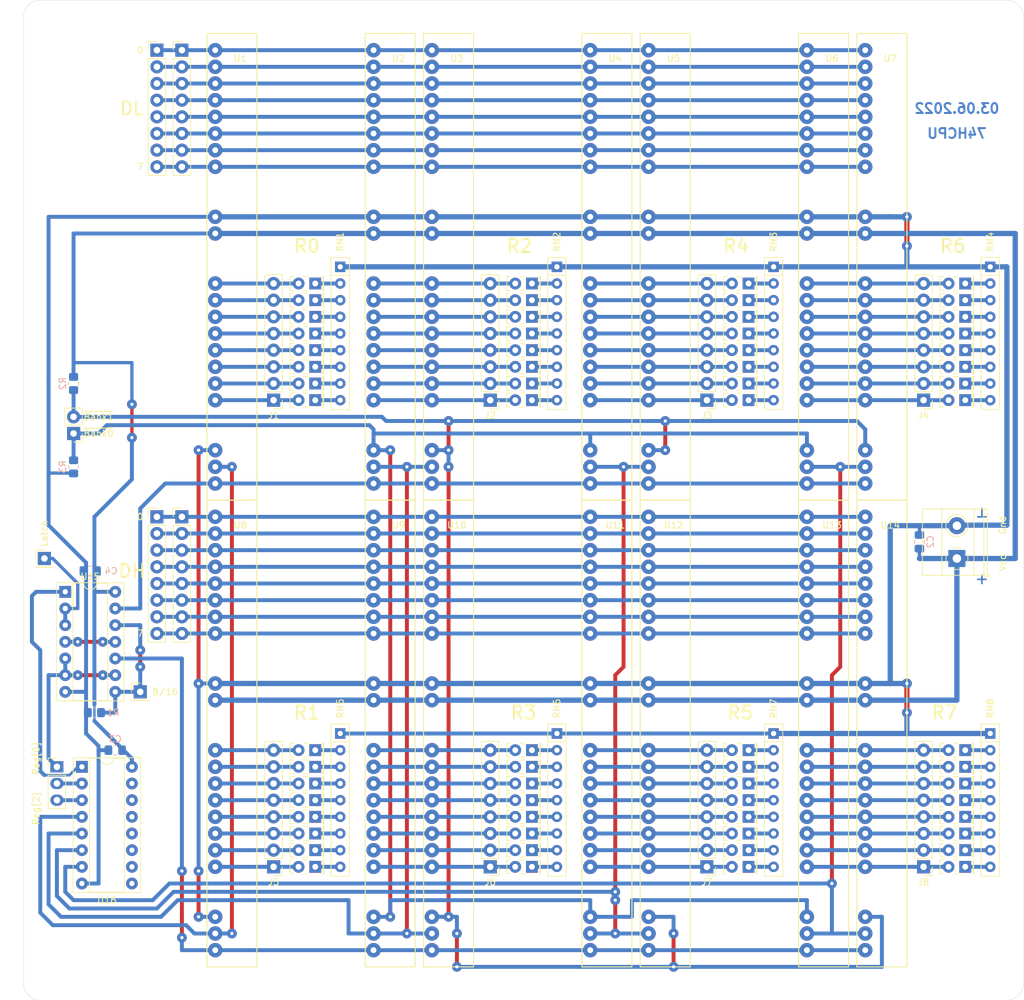
<source format=kicad_pcb>
(kicad_pcb (version 20171130) (host pcbnew "(5.1.8)-1")
  (layers (0 F.Cu signal) (31 B.Cu signal) (34 B.Paste user) (35 F.Paste user) (36 B.SilkS user) (37 F.SilkS user) (38 B.Mask user) (39 F.Mask user) (44 Edge.Cuts user))
  (net 0 "")
  (net 1 "Net-(D1-Pad1)")
  (net 2 "Net-(D2-Pad1)")
  (net 3 "Net-(D3-Pad1)")
  (net 4 "Net-(D4-Pad1)")
  (net 5 "Net-(D5-Pad1)")
  (net 6 "Net-(D6-Pad1)")
  (net 7 "Net-(D7-Pad1)")
  (net 8 "Net-(D8-Pad1)")
  (net 9 /R0.0)
  (net 10 /R0.1)
  (net 11 /R0.2)
  (net 12 /R0.3)
  (net 13 /R0.4)
  (net 14 /R0.5)
  (net 15 /R0.6)
  (net 16 /R0.7)
  (net 17 "Net-(D9-Pad1)")
  (net 18 /R2.0)
  (net 19 /R2.1)
  (net 20 "Net-(D10-Pad1)")
  (net 21 "Net-(D11-Pad1)")
  (net 22 /R2.2)
  (net 23 /R2.3)
  (net 24 "Net-(D12-Pad1)")
  (net 25 "Net-(D13-Pad1)")
  (net 26 /R2.4)
  (net 27 /R2.5)
  (net 28 "Net-(D14-Pad1)")
  (net 29 "Net-(D15-Pad1)")
  (net 30 /R2.6)
  (net 31 /R2.7)
  (net 32 "Net-(D16-Pad1)")
  (net 33 /R4.0)
  (net 34 "Net-(D17-Pad1)")
  (net 35 "Net-(D18-Pad1)")
  (net 36 /R4.1)
  (net 37 /R4.2)
  (net 38 "Net-(D19-Pad1)")
  (net 39 /R4.3)
  (net 40 "Net-(D20-Pad1)")
  (net 41 "Net-(D21-Pad1)")
  (net 42 /R4.4)
  (net 43 /R4.5)
  (net 44 "Net-(D22-Pad1)")
  (net 45 "Net-(D23-Pad1)")
  (net 46 /R4.6)
  (net 47 /R4.7)
  (net 48 "Net-(D24-Pad1)")
  (net 49 /R6.0)
  (net 50 "Net-(D25-Pad1)")
  (net 51 "Net-(D26-Pad1)")
  (net 52 /R6.1)
  (net 53 "Net-(D27-Pad1)")
  (net 54 /R6.2)
  (net 55 "Net-(D28-Pad1)")
  (net 56 /R6.3)
  (net 57 /R6.4)
  (net 58 "Net-(D29-Pad1)")
  (net 59 "Net-(D30-Pad1)")
  (net 60 /R6.5)
  (net 61 /R6.6)
  (net 62 "Net-(D31-Pad1)")
  (net 63 "Net-(D32-Pad1)")
  (net 64 /R6.7)
  (net 65 /R1.0)
  (net 66 "Net-(D33-Pad1)")
  (net 67 "Net-(D34-Pad1)")
  (net 68 /R1.1)
  (net 69 /R1.2)
  (net 70 "Net-(D35-Pad1)")
  (net 71 "Net-(D36-Pad1)")
  (net 72 /R1.3)
  (net 73 /R1.4)
  (net 74 "Net-(D37-Pad1)")
  (net 75 "Net-(D38-Pad1)")
  (net 76 /R1.5)
  (net 77 /R1.6)
  (net 78 "Net-(D39-Pad1)")
  (net 79 "Net-(D40-Pad1)")
  (net 80 /R1.7)
  (net 81 "Net-(D41-Pad1)")
  (net 82 /R3.0)
  (net 83 "Net-(D42-Pad1)")
  (net 84 /R3.1)
  (net 85 /R3.2)
  (net 86 "Net-(D43-Pad1)")
  (net 87 "Net-(D44-Pad1)")
  (net 88 /R3.3)
  (net 89 /R3.4)
  (net 90 "Net-(D45-Pad1)")
  (net 91 "Net-(D46-Pad1)")
  (net 92 /R3.5)
  (net 93 /R3.6)
  (net 94 "Net-(D47-Pad1)")
  (net 95 "Net-(D48-Pad1)")
  (net 96 /R3.7)
  (net 97 /R5.0)
  (net 98 "Net-(D49-Pad1)")
  (net 99 /R5.1)
  (net 100 "Net-(D50-Pad1)")
  (net 101 "Net-(D51-Pad1)")
  (net 102 /R5.2)
  (net 103 "Net-(D52-Pad1)")
  (net 104 /R5.3)
  (net 105 /R5.4)
  (net 106 "Net-(D53-Pad1)")
  (net 107 "Net-(D54-Pad1)")
  (net 108 /R5.5)
  (net 109 /R5.6)
  (net 110 "Net-(D55-Pad1)")
  (net 111 "Net-(D56-Pad1)")
  (net 112 /R5.7)
  (net 113 /R7.0)
  (net 114 "Net-(D57-Pad1)")
  (net 115 /R7.1)
  (net 116 "Net-(D58-Pad1)")
  (net 117 "Net-(D59-Pad1)")
  (net 118 /R7.2)
  (net 119 /R7.3)
  (net 120 "Net-(D60-Pad1)")
  (net 121 "Net-(D61-Pad1)")
  (net 122 /R7.4)
  (net 123 /R7.5)
  (net 124 "Net-(D62-Pad1)")
  (net 125 "Net-(D63-Pad1)")
  (net 126 /R7.6)
  (net 127 /R7.7)
  (net 128 "Net-(D64-Pad1)")
  (net 129 GND)
  (net 130 /DL0)
  (net 131 /DL1)
  (net 132 /DL2)
  (net 133 /DL3)
  (net 134 /DL4)
  (net 135 /DL5)
  (net 136 /DL6)
  (net 137 /DL7)
  (net 138 VCC)
  (net 139 /DH7)
  (net 140 /DH6)
  (net 141 /DH5)
  (net 142 /DH4)
  (net 143 /DH3)
  (net 144 /DH2)
  (net 145 /DH1)
  (net 146 /DH0)
  (net 147 /Reg[2])
  (net 148 /Reg[1])
  (net 149 /Reg[0])
  (net 150 /8\16)
  (net 151 /~Bank1)
  (net 152 /~Bank0)
  (net 153 /~Col0)
  (net 154 /~RowL)
  (net 155 /~Col1)
  (net 156 /~Col2)
  (net 157 /~Col3)
  (net 158 /~RowH)
  (net 159 "Net-(U15-Pad11)")
  (net 160 /Latch)
  (net 161 "Net-(U15-Pad1)")
  (module Connector_PinHeader_2.54mm:PinHeader_1x08_P2.54mm_Vertical (layer F.Cu) (at 52.07 99.06)
    (fp_text reference J17 hide)
    (fp_text value Conn_01x08_Male)
    (pad 8 thru_hole oval (at 0 17.78) (size 2 2) (drill 1) (layers *.Cu *.Mask) (net 139 /DH7))
    (pad 7 thru_hole oval (at 0 15.24) (size 2 2) (drill 1) (layers *.Cu *.Mask) (net 140 /DH6))
    (pad 6 thru_hole oval (at 0 12.7) (size 2 2) (drill 1) (layers *.Cu *.Mask) (net 141 /DH5))
    (pad 5 thru_hole oval (at 0 10.16) (size 2 2) (drill 1) (layers *.Cu *.Mask) (net 142 /DH4))
    (pad 4 thru_hole oval (at 0 7.62) (size 2 2) (drill 1) (layers *.Cu *.Mask) (net 143 /DH3))
    (pad 3 thru_hole oval (at 0 5.08) (size 2 2) (drill 1) (layers *.Cu *.Mask) (net 144 /DH2))
    (pad 2 thru_hole oval (at 0 2.54) (size 2 2) (drill 1) (layers *.Cu *.Mask) (net 145 /DH1))
    (pad 1 thru_hole rect (at 0 0) (size 2 2) (drill 1) (layers *.Cu *.Mask) (net 146 /DH0))
  )
  (module Connector_PinHeader_2.54mm:PinHeader_1x08_P2.54mm_Vertical (layer F.Cu) (at 52.07 27.94)
    (fp_text reference J12 hide)
    (fp_text value Conn_01x08_Male)
    (pad 8 thru_hole oval (at 0 17.78) (size 2 2) (drill 1) (layers *.Cu *.Mask) (net 137 /DL7))
    (pad 7 thru_hole oval (at 0 15.24) (size 2 2) (drill 1) (layers *.Cu *.Mask) (net 136 /DL6))
    (pad 6 thru_hole oval (at 0 12.7) (size 2 2) (drill 1) (layers *.Cu *.Mask) (net 135 /DL5))
    (pad 5 thru_hole oval (at 0 10.16) (size 2 2) (drill 1) (layers *.Cu *.Mask) (net 134 /DL4))
    (pad 4 thru_hole oval (at 0 7.62) (size 2 2) (drill 1) (layers *.Cu *.Mask) (net 133 /DL3))
    (pad 3 thru_hole oval (at 0 5.08) (size 2 2) (drill 1) (layers *.Cu *.Mask) (net 132 /DL2))
    (pad 2 thru_hole oval (at 0 2.54) (size 2 2) (drill 1) (layers *.Cu *.Mask) (net 131 /DL1))
    (pad 1 thru_hole rect (at 0 0) (size 2 2) (drill 1) (layers *.Cu *.Mask) (net 130 /DL0))
  )
  (module CommonLibrary:REG (layer F.Cu) (at 118.11 99.06)
    (fp_text reference U11 (at 3.81 1.27) (layer F.SilkS))
    (fp_text value REG)
    (pad 21 thru_hole circle (at 0 66.04) (size 2.2 2.2) (drill 0.9) (layers *.Cu *.Mask) (net 158 /~RowH))
    (pad 20 thru_hole circle (at 0 63.5) (size 2.2 2.2) (drill 0.9) (layers *.Cu *.Mask) (net 156 /~Col2))
    (pad 19 thru_hole circle (at 0 60.96) (size 2.2 2.2) (drill 0.9) (layers *.Cu *.Mask) (net 152 /~Bank0))
    (pad 18 thru_hole circle (at 0 53.34) (size 2.2 2.2) (drill 0.9) (layers *.Cu *.Mask) (net 97 /R5.0))
    (pad 17 thru_hole circle (at 0 50.8) (size 2.2 2.2) (drill 0.9) (layers *.Cu *.Mask) (net 99 /R5.1))
    (pad 16 thru_hole circle (at 0 48.26) (size 2.2 2.2) (drill 0.9) (layers *.Cu *.Mask) (net 102 /R5.2))
    (pad 15 thru_hole circle (at 0 45.72) (size 2.2 2.2) (drill 0.9) (layers *.Cu *.Mask) (net 104 /R5.3))
    (pad 14 thru_hole circle (at 0 43.18) (size 2.2 2.2) (drill 0.9) (layers *.Cu *.Mask) (net 105 /R5.4))
    (pad 13 thru_hole circle (at 0 40.64) (size 2.2 2.2) (drill 0.9) (layers *.Cu *.Mask) (net 108 /R5.5))
    (pad 12 thru_hole circle (at 0 38.1) (size 2.2 2.2) (drill 0.9) (layers *.Cu *.Mask) (net 109 /R5.6))
    (pad 11 thru_hole circle (at 0 35.56) (size 2.2 2.2) (drill 0.9) (layers *.Cu *.Mask) (net 112 /R5.7))
    (pad 10 thru_hole circle (at 0 27.94) (size 2.2 2.2) (drill 0.9) (layers *.Cu *.Mask) (net 138 VCC))
    (pad 9 thru_hole circle (at 0 25.4) (size 2.2 2.2) (drill 0.9) (layers *.Cu *.Mask) (net 129 GND))
    (pad 8 thru_hole circle (at 0 17.78) (size 2.2 2.2) (drill 0.9) (layers *.Cu *.Mask) (net 139 /DH7))
    (pad 7 thru_hole circle (at 0 15.24) (size 2.2 2.2) (drill 0.9) (layers *.Cu *.Mask) (net 140 /DH6))
    (pad 6 thru_hole circle (at 0 12.7) (size 2.2 2.2) (drill 0.9) (layers *.Cu *.Mask) (net 141 /DH5))
    (pad 5 thru_hole circle (at 0 10.16) (size 2.2 2.2) (drill 0.9) (layers *.Cu *.Mask) (net 142 /DH4))
    (pad 4 thru_hole circle (at 0 7.62) (size 2.2 2.2) (drill 0.9) (layers *.Cu *.Mask) (net 143 /DH3))
    (pad 3 thru_hole circle (at 0 5.08) (size 2.2 2.2) (drill 0.9) (layers *.Cu *.Mask) (net 144 /DH2))
    (pad 2 thru_hole circle (at 0 2.54) (size 2.2 2.2) (drill 0.9) (layers *.Cu *.Mask) (net 145 /DH1))
    (pad 1 thru_hole circle (at 0 0) (size 2.2 2.2) (drill 0.9) (layers *.Cu *.Mask) (net 146 /DH0))
  )
  (module Connector_PinHeader_2.54mm:PinHeader_1x02_P2.54mm_Vertical (layer F.Cu) (at 39.37 86.36 180)
    (fp_text reference J14 hide)
    (fp_text value Conn_01x02_Male)
    (pad 2 thru_hole oval (at 0 2.54 180) (size 2 2) (drill 1) (layers *.Cu *.Mask) (net 151 /~Bank1))
    (pad 1 thru_hole rect (at 0 0 180) (size 2 2) (drill 1) (layers *.Cu *.Mask) (net 152 /~Bank0))
  )
  (module Connector_PinHeader_2.54mm:PinHeader_1x08_P2.54mm_Vertical (layer F.Cu) (at 55.88 99.06)
    (fp_text reference J13 hide)
    (fp_text value Conn_01x08_Male)
    (pad 8 thru_hole oval (at 0 17.78) (size 2 2) (drill 1) (layers *.Cu *.Mask) (net 139 /DH7))
    (pad 7 thru_hole oval (at 0 15.24) (size 2 2) (drill 1) (layers *.Cu *.Mask) (net 140 /DH6))
    (pad 6 thru_hole oval (at 0 12.7) (size 2 2) (drill 1) (layers *.Cu *.Mask) (net 141 /DH5))
    (pad 5 thru_hole oval (at 0 10.16) (size 2 2) (drill 1) (layers *.Cu *.Mask) (net 142 /DH4))
    (pad 4 thru_hole oval (at 0 7.62) (size 2 2) (drill 1) (layers *.Cu *.Mask) (net 143 /DH3))
    (pad 3 thru_hole oval (at 0 5.08) (size 2 2) (drill 1) (layers *.Cu *.Mask) (net 144 /DH2))
    (pad 2 thru_hole oval (at 0 2.54) (size 2 2) (drill 1) (layers *.Cu *.Mask) (net 145 /DH1))
    (pad 1 thru_hole rect (at 0 0) (size 2 2) (drill 1) (layers *.Cu *.Mask) (net 146 /DH0))
  )
  (module Connector_PinHeader_2.54mm:PinHeader_1x01_P2.54mm_Vertical (layer F.Cu) (at 49.53 125.73)
    (fp_text reference J11 hide)
    (fp_text value Conn_01x01_Male)
    (pad 1 thru_hole rect (at 0 0) (size 2 2) (drill 1) (layers *.Cu *.Mask) (net 150 /8\16))
  )
  (module Connector_PinHeader_2.54mm:PinHeader_1x08_P2.54mm_Vertical (layer F.Cu) (at 55.88 27.94)
    (fp_text reference J10 hide)
    (fp_text value Conn_01x08_Male)
    (pad 8 thru_hole oval (at 0 17.78) (size 2 2) (drill 1) (layers *.Cu *.Mask) (net 137 /DL7))
    (pad 7 thru_hole oval (at 0 15.24) (size 2 2) (drill 1) (layers *.Cu *.Mask) (net 136 /DL6))
    (pad 6 thru_hole oval (at 0 12.7) (size 2 2) (drill 1) (layers *.Cu *.Mask) (net 135 /DL5))
    (pad 5 thru_hole oval (at 0 10.16) (size 2 2) (drill 1) (layers *.Cu *.Mask) (net 134 /DL4))
    (pad 4 thru_hole oval (at 0 7.62) (size 2 2) (drill 1) (layers *.Cu *.Mask) (net 133 /DL3))
    (pad 3 thru_hole oval (at 0 5.08) (size 2 2) (drill 1) (layers *.Cu *.Mask) (net 132 /DL2))
    (pad 2 thru_hole oval (at 0 2.54) (size 2 2) (drill 1) (layers *.Cu *.Mask) (net 131 /DL1))
    (pad 1 thru_hole rect (at 0 0) (size 2 2) (drill 1) (layers *.Cu *.Mask) (net 130 /DL0))
  )
  (module Connector_PinHeader_2.54mm:PinHeader_1x03_P2.54mm_Vertical (layer F.Cu) (at 36.83 137.16)
    (fp_text reference J9 hide)
    (fp_text value Conn_01x03_Male)
    (pad 3 thru_hole oval (at 0 5.08) (size 2 1.7) (drill 1) (layers *.Cu *.Mask) (net 147 /Reg[2]))
    (pad 2 thru_hole oval (at 0 2.54) (size 2 1.7) (drill 1) (layers *.Cu *.Mask) (net 148 /Reg[1]))
    (pad 1 thru_hole rect (at 0 0) (size 2 1.7) (drill 1) (layers *.Cu *.Mask) (net 149 /Reg[0]))
  )
  (module MountingHole:MountingHole_3.2mm_M3 (layer F.Cu) (at 179.07 167.64)
    (fp_text reference H5 hide)
    (fp_text value MountingHole)
    (pad 1 np_thru_hole circle (at 0 0) (size 3.2 3.2) (drill 3.2) (layers *.Cu *.Mask))
  )
  (module MountingHole:MountingHole_3.2mm_M3 (layer F.Cu) (at 36.83 167.64)
    (fp_text reference H4 hide)
    (fp_text value MountingHole)
    (pad 1 np_thru_hole circle (at 0 0) (size 3.2 3.2) (drill 3.2) (layers *.Cu *.Mask))
  )
  (module MountingHole:MountingHole_3.2mm_M3 (layer F.Cu) (at 179.07 25.4)
    (fp_text reference H3 hide)
    (fp_text value MountingHole)
    (pad 1 np_thru_hole circle (at 0 0) (size 3.2 3.2) (drill 3.2) (layers *.Cu *.Mask))
  )
  (module MountingHole:MountingHole_3.2mm_M3 (layer F.Cu) (at 107.95 96.52)
    (fp_text reference H2 hide)
    (fp_text value MountingHole)
    (pad 1 np_thru_hole circle (at 0 0) (size 3.2 3.2) (drill 3.2) (layers *.Cu *.Mask))
  )
  (module MountingHole:MountingHole_3.2mm_M3 (layer F.Cu) (at 36.83 25.4)
    (fp_text reference H1 hide)
    (fp_text value MountingHole)
    (pad 1 np_thru_hole circle (at 0 0) (size 3.2 3.2) (drill 3.2) (layers *.Cu *.Mask))
  )
  (module Connector_PinHeader_2.54mm:PinHeader_1x08_P2.54mm_Vertical (layer F.Cu) (at 69.85 81.28 180)
    (fp_text reference J1 (at 0 -2.33) (layer F.SilkS))
    (fp_text value Conn_01x08_Male)
    (pad 8 thru_hole oval (at 0 17.78 180) (size 2 2) (drill 1) (layers *.Cu *.Mask) (net 16 /R0.7))
    (pad 7 thru_hole oval (at 0 15.24 180) (size 2 2) (drill 1) (layers *.Cu *.Mask) (net 15 /R0.6))
    (pad 6 thru_hole oval (at 0 12.7 180) (size 2 2) (drill 1) (layers *.Cu *.Mask) (net 14 /R0.5))
    (pad 5 thru_hole oval (at 0 10.16 180) (size 2 2) (drill 1) (layers *.Cu *.Mask) (net 13 /R0.4))
    (pad 4 thru_hole oval (at 0 7.62 180) (size 2 2) (drill 1) (layers *.Cu *.Mask) (net 12 /R0.3))
    (pad 3 thru_hole oval (at 0 5.08 180) (size 2 2) (drill 1) (layers *.Cu *.Mask) (net 11 /R0.2))
    (pad 2 thru_hole oval (at 0 2.54 180) (size 2 2) (drill 1) (layers *.Cu *.Mask) (net 10 /R0.1))
    (pad 1 thru_hole rect (at 0 0 180) (size 2 2) (drill 1) (layers *.Cu *.Mask) (net 9 /R0.0))
  )
  (module CommonLibrary:REG (layer F.Cu) (at 60.96 27.94)
    (fp_text reference U1 (at 3.81 1.27) (layer F.SilkS))
    (fp_text value REG)
    (pad 1 thru_hole circle (at 0 0) (size 2.2 2.2) (drill 0.9) (layers *.Cu *.Mask) (net 130 /DL0))
    (pad 2 thru_hole circle (at 0 2.54) (size 2.2 2.2) (drill 0.9) (layers *.Cu *.Mask) (net 131 /DL1))
    (pad 3 thru_hole circle (at 0 5.08) (size 2.2 2.2) (drill 0.9) (layers *.Cu *.Mask) (net 132 /DL2))
    (pad 4 thru_hole circle (at 0 7.62) (size 2.2 2.2) (drill 0.9) (layers *.Cu *.Mask) (net 133 /DL3))
    (pad 5 thru_hole circle (at 0 10.16) (size 2.2 2.2) (drill 0.9) (layers *.Cu *.Mask) (net 134 /DL4))
    (pad 6 thru_hole circle (at 0 12.7) (size 2.2 2.2) (drill 0.9) (layers *.Cu *.Mask) (net 135 /DL5))
    (pad 7 thru_hole circle (at 0 15.24) (size 2.2 2.2) (drill 0.9) (layers *.Cu *.Mask) (net 136 /DL6))
    (pad 8 thru_hole circle (at 0 17.78) (size 2.2 2.2) (drill 0.9) (layers *.Cu *.Mask) (net 137 /DL7))
    (pad 9 thru_hole circle (at 0 25.4) (size 2.2 2.2) (drill 0.9) (layers *.Cu *.Mask) (net 129 GND))
    (pad 10 thru_hole circle (at 0 27.94) (size 2.2 2.2) (drill 0.9) (layers *.Cu *.Mask) (net 138 VCC))
    (pad 11 thru_hole circle (at 0 35.56) (size 2.2 2.2) (drill 0.9) (layers *.Cu *.Mask) (net 16 /R0.7))
    (pad 12 thru_hole circle (at 0 38.1) (size 2.2 2.2) (drill 0.9) (layers *.Cu *.Mask) (net 15 /R0.6))
    (pad 13 thru_hole circle (at 0 40.64) (size 2.2 2.2) (drill 0.9) (layers *.Cu *.Mask) (net 14 /R0.5))
    (pad 14 thru_hole circle (at 0 43.18) (size 2.2 2.2) (drill 0.9) (layers *.Cu *.Mask) (net 13 /R0.4))
    (pad 15 thru_hole circle (at 0 45.72) (size 2.2 2.2) (drill 0.9) (layers *.Cu *.Mask) (net 12 /R0.3))
    (pad 16 thru_hole circle (at 0 48.26) (size 2.2 2.2) (drill 0.9) (layers *.Cu *.Mask) (net 11 /R0.2))
    (pad 17 thru_hole circle (at 0 50.8) (size 2.2 2.2) (drill 0.9) (layers *.Cu *.Mask) (net 10 /R0.1))
    (pad 18 thru_hole circle (at 0 53.34) (size 2.2 2.2) (drill 0.9) (layers *.Cu *.Mask) (net 9 /R0.0))
    (pad 19 thru_hole circle (at 0 60.96) (size 2.2 2.2) (drill 0.9) (layers *.Cu *.Mask) (net 129 GND))
    (pad 20 thru_hole circle (at 0 63.5) (size 2.2 2.2) (drill 0.9) (layers *.Cu *.Mask) (net 153 /~Col0))
    (pad 21 thru_hole circle (at 0 66.04) (size 2.2 2.2) (drill 0.9) (layers *.Cu *.Mask) (net 154 /~RowL))
  )
  (module CommonLibrary:REG (layer F.Cu) (at 85.09 27.94)
    (fp_text reference U2 (at 3.81 1.27) (layer F.SilkS))
    (fp_text value REG)
    (pad 1 thru_hole circle (at 0 0) (size 2.2 2.2) (drill 0.9) (layers *.Cu *.Mask) (net 130 /DL0))
    (pad 2 thru_hole circle (at 0 2.54) (size 2.2 2.2) (drill 0.9) (layers *.Cu *.Mask) (net 131 /DL1))
    (pad 3 thru_hole circle (at 0 5.08) (size 2.2 2.2) (drill 0.9) (layers *.Cu *.Mask) (net 132 /DL2))
    (pad 4 thru_hole circle (at 0 7.62) (size 2.2 2.2) (drill 0.9) (layers *.Cu *.Mask) (net 133 /DL3))
    (pad 5 thru_hole circle (at 0 10.16) (size 2.2 2.2) (drill 0.9) (layers *.Cu *.Mask) (net 134 /DL4))
    (pad 6 thru_hole circle (at 0 12.7) (size 2.2 2.2) (drill 0.9) (layers *.Cu *.Mask) (net 135 /DL5))
    (pad 7 thru_hole circle (at 0 15.24) (size 2.2 2.2) (drill 0.9) (layers *.Cu *.Mask) (net 136 /DL6))
    (pad 8 thru_hole circle (at 0 17.78) (size 2.2 2.2) (drill 0.9) (layers *.Cu *.Mask) (net 137 /DL7))
    (pad 9 thru_hole circle (at 0 25.4) (size 2.2 2.2) (drill 0.9) (layers *.Cu *.Mask) (net 129 GND))
    (pad 10 thru_hole circle (at 0 27.94) (size 2.2 2.2) (drill 0.9) (layers *.Cu *.Mask) (net 138 VCC))
    (pad 11 thru_hole circle (at 0 35.56) (size 2.2 2.2) (drill 0.9) (layers *.Cu *.Mask) (net 31 /R2.7))
    (pad 12 thru_hole circle (at 0 38.1) (size 2.2 2.2) (drill 0.9) (layers *.Cu *.Mask) (net 30 /R2.6))
    (pad 13 thru_hole circle (at 0 40.64) (size 2.2 2.2) (drill 0.9) (layers *.Cu *.Mask) (net 27 /R2.5))
    (pad 14 thru_hole circle (at 0 43.18) (size 2.2 2.2) (drill 0.9) (layers *.Cu *.Mask) (net 26 /R2.4))
    (pad 15 thru_hole circle (at 0 45.72) (size 2.2 2.2) (drill 0.9) (layers *.Cu *.Mask) (net 23 /R2.3))
    (pad 16 thru_hole circle (at 0 48.26) (size 2.2 2.2) (drill 0.9) (layers *.Cu *.Mask) (net 22 /R2.2))
    (pad 17 thru_hole circle (at 0 50.8) (size 2.2 2.2) (drill 0.9) (layers *.Cu *.Mask) (net 19 /R2.1))
    (pad 18 thru_hole circle (at 0 53.34) (size 2.2 2.2) (drill 0.9) (layers *.Cu *.Mask) (net 18 /R2.0))
    (pad 19 thru_hole circle (at 0 60.96) (size 2.2 2.2) (drill 0.9) (layers *.Cu *.Mask) (net 152 /~Bank0))
    (pad 20 thru_hole circle (at 0 63.5) (size 2.2 2.2) (drill 0.9) (layers *.Cu *.Mask) (net 155 /~Col1))
    (pad 21 thru_hole circle (at 0 66.04) (size 2.2 2.2) (drill 0.9) (layers *.Cu *.Mask) (net 154 /~RowL))
  )
  (module CommonLibrary:REG (layer F.Cu) (at 93.98 27.94)
    (fp_text reference U3 (at 3.81 1.27) (layer F.SilkS))
    (fp_text value REG)
    (pad 1 thru_hole circle (at 0 0) (size 2.2 2.2) (drill 0.9) (layers *.Cu *.Mask) (net 130 /DL0))
    (pad 2 thru_hole circle (at 0 2.54) (size 2.2 2.2) (drill 0.9) (layers *.Cu *.Mask) (net 131 /DL1))
    (pad 3 thru_hole circle (at 0 5.08) (size 2.2 2.2) (drill 0.9) (layers *.Cu *.Mask) (net 132 /DL2))
    (pad 4 thru_hole circle (at 0 7.62) (size 2.2 2.2) (drill 0.9) (layers *.Cu *.Mask) (net 133 /DL3))
    (pad 5 thru_hole circle (at 0 10.16) (size 2.2 2.2) (drill 0.9) (layers *.Cu *.Mask) (net 134 /DL4))
    (pad 6 thru_hole circle (at 0 12.7) (size 2.2 2.2) (drill 0.9) (layers *.Cu *.Mask) (net 135 /DL5))
    (pad 7 thru_hole circle (at 0 15.24) (size 2.2 2.2) (drill 0.9) (layers *.Cu *.Mask) (net 136 /DL6))
    (pad 8 thru_hole circle (at 0 17.78) (size 2.2 2.2) (drill 0.9) (layers *.Cu *.Mask) (net 137 /DL7))
    (pad 9 thru_hole circle (at 0 25.4) (size 2.2 2.2) (drill 0.9) (layers *.Cu *.Mask) (net 129 GND))
    (pad 10 thru_hole circle (at 0 27.94) (size 2.2 2.2) (drill 0.9) (layers *.Cu *.Mask) (net 138 VCC))
    (pad 11 thru_hole circle (at 0 35.56) (size 2.2 2.2) (drill 0.9) (layers *.Cu *.Mask) (net 31 /R2.7))
    (pad 12 thru_hole circle (at 0 38.1) (size 2.2 2.2) (drill 0.9) (layers *.Cu *.Mask) (net 30 /R2.6))
    (pad 13 thru_hole circle (at 0 40.64) (size 2.2 2.2) (drill 0.9) (layers *.Cu *.Mask) (net 27 /R2.5))
    (pad 14 thru_hole circle (at 0 43.18) (size 2.2 2.2) (drill 0.9) (layers *.Cu *.Mask) (net 26 /R2.4))
    (pad 15 thru_hole circle (at 0 45.72) (size 2.2 2.2) (drill 0.9) (layers *.Cu *.Mask) (net 23 /R2.3))
    (pad 16 thru_hole circle (at 0 48.26) (size 2.2 2.2) (drill 0.9) (layers *.Cu *.Mask) (net 22 /R2.2))
    (pad 17 thru_hole circle (at 0 50.8) (size 2.2 2.2) (drill 0.9) (layers *.Cu *.Mask) (net 19 /R2.1))
    (pad 18 thru_hole circle (at 0 53.34) (size 2.2 2.2) (drill 0.9) (layers *.Cu *.Mask) (net 18 /R2.0))
    (pad 19 thru_hole circle (at 0 60.96) (size 2.2 2.2) (drill 0.9) (layers *.Cu *.Mask) (net 151 /~Bank1))
    (pad 20 thru_hole circle (at 0 63.5) (size 2.2 2.2) (drill 0.9) (layers *.Cu *.Mask) (net 155 /~Col1))
    (pad 21 thru_hole circle (at 0 66.04) (size 2.2 2.2) (drill 0.9) (layers *.Cu *.Mask) (net 154 /~RowL))
  )
  (module CommonLibrary:REG (layer F.Cu) (at 118.11 27.94)
    (fp_text reference U4 (at 3.81 1.27) (layer F.SilkS))
    (fp_text value REG)
    (pad 1 thru_hole circle (at 0 0) (size 2.2 2.2) (drill 0.9) (layers *.Cu *.Mask) (net 130 /DL0))
    (pad 2 thru_hole circle (at 0 2.54) (size 2.2 2.2) (drill 0.9) (layers *.Cu *.Mask) (net 131 /DL1))
    (pad 3 thru_hole circle (at 0 5.08) (size 2.2 2.2) (drill 0.9) (layers *.Cu *.Mask) (net 132 /DL2))
    (pad 4 thru_hole circle (at 0 7.62) (size 2.2 2.2) (drill 0.9) (layers *.Cu *.Mask) (net 133 /DL3))
    (pad 5 thru_hole circle (at 0 10.16) (size 2.2 2.2) (drill 0.9) (layers *.Cu *.Mask) (net 134 /DL4))
    (pad 6 thru_hole circle (at 0 12.7) (size 2.2 2.2) (drill 0.9) (layers *.Cu *.Mask) (net 135 /DL5))
    (pad 7 thru_hole circle (at 0 15.24) (size 2.2 2.2) (drill 0.9) (layers *.Cu *.Mask) (net 136 /DL6))
    (pad 8 thru_hole circle (at 0 17.78) (size 2.2 2.2) (drill 0.9) (layers *.Cu *.Mask) (net 137 /DL7))
    (pad 9 thru_hole circle (at 0 25.4) (size 2.2 2.2) (drill 0.9) (layers *.Cu *.Mask) (net 129 GND))
    (pad 10 thru_hole circle (at 0 27.94) (size 2.2 2.2) (drill 0.9) (layers *.Cu *.Mask) (net 138 VCC))
    (pad 11 thru_hole circle (at 0 35.56) (size 2.2 2.2) (drill 0.9) (layers *.Cu *.Mask) (net 47 /R4.7))
    (pad 12 thru_hole circle (at 0 38.1) (size 2.2 2.2) (drill 0.9) (layers *.Cu *.Mask) (net 46 /R4.6))
    (pad 13 thru_hole circle (at 0 40.64) (size 2.2 2.2) (drill 0.9) (layers *.Cu *.Mask) (net 43 /R4.5))
    (pad 14 thru_hole circle (at 0 43.18) (size 2.2 2.2) (drill 0.9) (layers *.Cu *.Mask) (net 42 /R4.4))
    (pad 15 thru_hole circle (at 0 45.72) (size 2.2 2.2) (drill 0.9) (layers *.Cu *.Mask) (net 39 /R4.3))
    (pad 16 thru_hole circle (at 0 48.26) (size 2.2 2.2) (drill 0.9) (layers *.Cu *.Mask) (net 37 /R4.2))
    (pad 17 thru_hole circle (at 0 50.8) (size 2.2 2.2) (drill 0.9) (layers *.Cu *.Mask) (net 36 /R4.1))
    (pad 18 thru_hole circle (at 0 53.34) (size 2.2 2.2) (drill 0.9) (layers *.Cu *.Mask) (net 33 /R4.0))
    (pad 19 thru_hole circle (at 0 60.96) (size 2.2 2.2) (drill 0.9) (layers *.Cu *.Mask) (net 152 /~Bank0))
    (pad 20 thru_hole circle (at 0 63.5) (size 2.2 2.2) (drill 0.9) (layers *.Cu *.Mask) (net 156 /~Col2))
    (pad 21 thru_hole circle (at 0 66.04) (size 2.2 2.2) (drill 0.9) (layers *.Cu *.Mask) (net 154 /~RowL))
  )
  (module CommonLibrary:REG (layer F.Cu) (at 60.96 99.06)
    (fp_text reference U8 (at 3.81 1.27) (layer F.SilkS))
    (fp_text value REG)
    (pad 21 thru_hole circle (at 0 66.04) (size 2.2 2.2) (drill 0.9) (layers *.Cu *.Mask) (net 158 /~RowH))
    (pad 20 thru_hole circle (at 0 63.5) (size 2.2 2.2) (drill 0.9) (layers *.Cu *.Mask) (net 153 /~Col0))
    (pad 19 thru_hole circle (at 0 60.96) (size 2.2 2.2) (drill 0.9) (layers *.Cu *.Mask) (net 129 GND))
    (pad 18 thru_hole circle (at 0 53.34) (size 2.2 2.2) (drill 0.9) (layers *.Cu *.Mask) (net 65 /R1.0))
    (pad 17 thru_hole circle (at 0 50.8) (size 2.2 2.2) (drill 0.9) (layers *.Cu *.Mask) (net 68 /R1.1))
    (pad 16 thru_hole circle (at 0 48.26) (size 2.2 2.2) (drill 0.9) (layers *.Cu *.Mask) (net 69 /R1.2))
    (pad 15 thru_hole circle (at 0 45.72) (size 2.2 2.2) (drill 0.9) (layers *.Cu *.Mask) (net 72 /R1.3))
    (pad 14 thru_hole circle (at 0 43.18) (size 2.2 2.2) (drill 0.9) (layers *.Cu *.Mask) (net 73 /R1.4))
    (pad 13 thru_hole circle (at 0 40.64) (size 2.2 2.2) (drill 0.9) (layers *.Cu *.Mask) (net 76 /R1.5))
    (pad 12 thru_hole circle (at 0 38.1) (size 2.2 2.2) (drill 0.9) (layers *.Cu *.Mask) (net 77 /R1.6))
    (pad 11 thru_hole circle (at 0 35.56) (size 2.2 2.2) (drill 0.9) (layers *.Cu *.Mask) (net 80 /R1.7))
    (pad 10 thru_hole circle (at 0 27.94) (size 2.2 2.2) (drill 0.9) (layers *.Cu *.Mask) (net 138 VCC))
    (pad 9 thru_hole circle (at 0 25.4) (size 2.2 2.2) (drill 0.9) (layers *.Cu *.Mask) (net 129 GND))
    (pad 8 thru_hole circle (at 0 17.78) (size 2.2 2.2) (drill 0.9) (layers *.Cu *.Mask) (net 139 /DH7))
    (pad 7 thru_hole circle (at 0 15.24) (size 2.2 2.2) (drill 0.9) (layers *.Cu *.Mask) (net 140 /DH6))
    (pad 6 thru_hole circle (at 0 12.7) (size 2.2 2.2) (drill 0.9) (layers *.Cu *.Mask) (net 141 /DH5))
    (pad 5 thru_hole circle (at 0 10.16) (size 2.2 2.2) (drill 0.9) (layers *.Cu *.Mask) (net 142 /DH4))
    (pad 4 thru_hole circle (at 0 7.62) (size 2.2 2.2) (drill 0.9) (layers *.Cu *.Mask) (net 143 /DH3))
    (pad 3 thru_hole circle (at 0 5.08) (size 2.2 2.2) (drill 0.9) (layers *.Cu *.Mask) (net 144 /DH2))
    (pad 2 thru_hole circle (at 0 2.54) (size 2.2 2.2) (drill 0.9) (layers *.Cu *.Mask) (net 145 /DH1))
    (pad 1 thru_hole circle (at 0 0) (size 2.2 2.2) (drill 0.9) (layers *.Cu *.Mask) (net 146 /DH0))
  )
  (module CommonLibrary:REG (layer F.Cu) (at 85.09 99.06)
    (fp_text reference U9 (at 3.81 1.27) (layer F.SilkS))
    (fp_text value REG)
    (pad 21 thru_hole circle (at 0 66.04) (size 2.2 2.2) (drill 0.9) (layers *.Cu *.Mask) (net 158 /~RowH))
    (pad 20 thru_hole circle (at 0 63.5) (size 2.2 2.2) (drill 0.9) (layers *.Cu *.Mask) (net 155 /~Col1))
    (pad 19 thru_hole circle (at 0 60.96) (size 2.2 2.2) (drill 0.9) (layers *.Cu *.Mask) (net 152 /~Bank0))
    (pad 18 thru_hole circle (at 0 53.34) (size 2.2 2.2) (drill 0.9) (layers *.Cu *.Mask) (net 82 /R3.0))
    (pad 17 thru_hole circle (at 0 50.8) (size 2.2 2.2) (drill 0.9) (layers *.Cu *.Mask) (net 84 /R3.1))
    (pad 16 thru_hole circle (at 0 48.26) (size 2.2 2.2) (drill 0.9) (layers *.Cu *.Mask) (net 85 /R3.2))
    (pad 15 thru_hole circle (at 0 45.72) (size 2.2 2.2) (drill 0.9) (layers *.Cu *.Mask) (net 88 /R3.3))
    (pad 14 thru_hole circle (at 0 43.18) (size 2.2 2.2) (drill 0.9) (layers *.Cu *.Mask) (net 89 /R3.4))
    (pad 13 thru_hole circle (at 0 40.64) (size 2.2 2.2) (drill 0.9) (layers *.Cu *.Mask) (net 92 /R3.5))
    (pad 12 thru_hole circle (at 0 38.1) (size 2.2 2.2) (drill 0.9) (layers *.Cu *.Mask) (net 93 /R3.6))
    (pad 11 thru_hole circle (at 0 35.56) (size 2.2 2.2) (drill 0.9) (layers *.Cu *.Mask) (net 96 /R3.7))
    (pad 10 thru_hole circle (at 0 27.94) (size 2.2 2.2) (drill 0.9) (layers *.Cu *.Mask) (net 138 VCC))
    (pad 9 thru_hole circle (at 0 25.4) (size 2.2 2.2) (drill 0.9) (layers *.Cu *.Mask) (net 129 GND))
    (pad 8 thru_hole circle (at 0 17.78) (size 2.2 2.2) (drill 0.9) (layers *.Cu *.Mask) (net 139 /DH7))
    (pad 7 thru_hole circle (at 0 15.24) (size 2.2 2.2) (drill 0.9) (layers *.Cu *.Mask) (net 140 /DH6))
    (pad 6 thru_hole circle (at 0 12.7) (size 2.2 2.2) (drill 0.9) (layers *.Cu *.Mask) (net 141 /DH5))
    (pad 5 thru_hole circle (at 0 10.16) (size 2.2 2.2) (drill 0.9) (layers *.Cu *.Mask) (net 142 /DH4))
    (pad 4 thru_hole circle (at 0 7.62) (size 2.2 2.2) (drill 0.9) (layers *.Cu *.Mask) (net 143 /DH3))
    (pad 3 thru_hole circle (at 0 5.08) (size 2.2 2.2) (drill 0.9) (layers *.Cu *.Mask) (net 144 /DH2))
    (pad 2 thru_hole circle (at 0 2.54) (size 2.2 2.2) (drill 0.9) (layers *.Cu *.Mask) (net 145 /DH1))
    (pad 1 thru_hole circle (at 0 0) (size 2.2 2.2) (drill 0.9) (layers *.Cu *.Mask) (net 146 /DH0))
  )
  (module CommonLibrary:REG (layer F.Cu) (at 93.98 99.06)
    (fp_text reference U10 (at 3.81 1.27) (layer F.SilkS))
    (fp_text value REG)
    (pad 21 thru_hole circle (at 0 66.04) (size 2.2 2.2) (drill 0.9) (layers *.Cu *.Mask) (net 158 /~RowH))
    (pad 20 thru_hole circle (at 0 63.5) (size 2.2 2.2) (drill 0.9) (layers *.Cu *.Mask) (net 155 /~Col1))
    (pad 19 thru_hole circle (at 0 60.96) (size 2.2 2.2) (drill 0.9) (layers *.Cu *.Mask) (net 151 /~Bank1))
    (pad 18 thru_hole circle (at 0 53.34) (size 2.2 2.2) (drill 0.9) (layers *.Cu *.Mask) (net 82 /R3.0))
    (pad 17 thru_hole circle (at 0 50.8) (size 2.2 2.2) (drill 0.9) (layers *.Cu *.Mask) (net 84 /R3.1))
    (pad 16 thru_hole circle (at 0 48.26) (size 2.2 2.2) (drill 0.9) (layers *.Cu *.Mask) (net 85 /R3.2))
    (pad 15 thru_hole circle (at 0 45.72) (size 2.2 2.2) (drill 0.9) (layers *.Cu *.Mask) (net 88 /R3.3))
    (pad 14 thru_hole circle (at 0 43.18) (size 2.2 2.2) (drill 0.9) (layers *.Cu *.Mask) (net 89 /R3.4))
    (pad 13 thru_hole circle (at 0 40.64) (size 2.2 2.2) (drill 0.9) (layers *.Cu *.Mask) (net 92 /R3.5))
    (pad 12 thru_hole circle (at 0 38.1) (size 2.2 2.2) (drill 0.9) (layers *.Cu *.Mask) (net 93 /R3.6))
    (pad 11 thru_hole circle (at 0 35.56) (size 2.2 2.2) (drill 0.9) (layers *.Cu *.Mask) (net 96 /R3.7))
    (pad 10 thru_hole circle (at 0 27.94) (size 2.2 2.2) (drill 0.9) (layers *.Cu *.Mask) (net 138 VCC))
    (pad 9 thru_hole circle (at 0 25.4) (size 2.2 2.2) (drill 0.9) (layers *.Cu *.Mask) (net 129 GND))
    (pad 8 thru_hole circle (at 0 17.78) (size 2.2 2.2) (drill 0.9) (layers *.Cu *.Mask) (net 139 /DH7))
    (pad 7 thru_hole circle (at 0 15.24) (size 2.2 2.2) (drill 0.9) (layers *.Cu *.Mask) (net 140 /DH6))
    (pad 6 thru_hole circle (at 0 12.7) (size 2.2 2.2) (drill 0.9) (layers *.Cu *.Mask) (net 141 /DH5))
    (pad 5 thru_hole circle (at 0 10.16) (size 2.2 2.2) (drill 0.9) (layers *.Cu *.Mask) (net 142 /DH4))
    (pad 4 thru_hole circle (at 0 7.62) (size 2.2 2.2) (drill 0.9) (layers *.Cu *.Mask) (net 143 /DH3))
    (pad 3 thru_hole circle (at 0 5.08) (size 2.2 2.2) (drill 0.9) (layers *.Cu *.Mask) (net 144 /DH2))
    (pad 2 thru_hole circle (at 0 2.54) (size 2.2 2.2) (drill 0.9) (layers *.Cu *.Mask) (net 145 /DH1))
    (pad 1 thru_hole circle (at 0 0) (size 2.2 2.2) (drill 0.9) (layers *.Cu *.Mask) (net 146 /DH0))
  )
  (module LED_THT:LED_Rectangular_W5.0mm_H2.0mm (layer F.Cu) (at 76.2 81.28 180)
    (fp_text reference D1 hide)
    (fp_text value LED)
    (pad 1 thru_hole rect (at 0 0 180) (size 1.8 1.8) (drill 0.9) (layers *.Cu *.Mask) (net 1 "Net-(D1-Pad1)"))
    (pad 2 thru_hole circle (at 2.54 0 180) (size 1.8 1.8) (drill 0.9) (layers *.Cu *.Mask) (net 9 /R0.0))
  )
  (module LED_THT:LED_Rectangular_W5.0mm_H2.0mm (layer F.Cu) (at 76.2 78.74 180)
    (fp_text reference D2 hide)
    (fp_text value LED)
    (pad 2 thru_hole circle (at 2.54 0 180) (size 1.8 1.8) (drill 0.9) (layers *.Cu *.Mask) (net 10 /R0.1))
    (pad 1 thru_hole rect (at 0 0 180) (size 1.8 1.8) (drill 0.9) (layers *.Cu *.Mask) (net 2 "Net-(D2-Pad1)"))
  )
  (module LED_THT:LED_Rectangular_W5.0mm_H2.0mm (layer F.Cu) (at 76.2 76.2 180)
    (fp_text reference D3 hide)
    (fp_text value LED)
    (pad 1 thru_hole rect (at 0 0 180) (size 1.8 1.8) (drill 0.9) (layers *.Cu *.Mask) (net 3 "Net-(D3-Pad1)"))
    (pad 2 thru_hole circle (at 2.54 0 180) (size 1.8 1.8) (drill 0.9) (layers *.Cu *.Mask) (net 11 /R0.2))
  )
  (module LED_THT:LED_Rectangular_W5.0mm_H2.0mm (layer F.Cu) (at 76.2 73.66 180)
    (fp_text reference D4 hide)
    (fp_text value LED)
    (pad 2 thru_hole circle (at 2.54 0 180) (size 1.8 1.8) (drill 0.9) (layers *.Cu *.Mask) (net 12 /R0.3))
    (pad 1 thru_hole rect (at 0 0 180) (size 1.8 1.8) (drill 0.9) (layers *.Cu *.Mask) (net 4 "Net-(D4-Pad1)"))
  )
  (module LED_THT:LED_Rectangular_W5.0mm_H2.0mm (layer F.Cu) (at 76.2 71.12 180)
    (fp_text reference D5 hide)
    (fp_text value LED)
    (pad 1 thru_hole rect (at 0 0 180) (size 1.8 1.8) (drill 0.9) (layers *.Cu *.Mask) (net 5 "Net-(D5-Pad1)"))
    (pad 2 thru_hole circle (at 2.54 0 180) (size 1.8 1.8) (drill 0.9) (layers *.Cu *.Mask) (net 13 /R0.4))
  )
  (module LED_THT:LED_Rectangular_W5.0mm_H2.0mm (layer F.Cu) (at 76.2 68.58 180)
    (fp_text reference D6 hide)
    (fp_text value LED)
    (pad 2 thru_hole circle (at 2.54 0 180) (size 1.8 1.8) (drill 0.9) (layers *.Cu *.Mask) (net 14 /R0.5))
    (pad 1 thru_hole rect (at 0 0 180) (size 1.8 1.8) (drill 0.9) (layers *.Cu *.Mask) (net 6 "Net-(D6-Pad1)"))
  )
  (module LED_THT:LED_Rectangular_W5.0mm_H2.0mm (layer F.Cu) (at 76.2 66.04 180)
    (fp_text reference D7 hide)
    (fp_text value LED)
    (pad 1 thru_hole rect (at 0 0 180) (size 1.8 1.8) (drill 0.9) (layers *.Cu *.Mask) (net 7 "Net-(D7-Pad1)"))
    (pad 2 thru_hole circle (at 2.54 0 180) (size 1.8 1.8) (drill 0.9) (layers *.Cu *.Mask) (net 15 /R0.6))
  )
  (module LED_THT:LED_Rectangular_W5.0mm_H2.0mm (layer F.Cu) (at 76.2 63.5 180)
    (fp_text reference D8 hide)
    (fp_text value LED)
    (pad 2 thru_hole circle (at 2.54 0 180) (size 1.8 1.8) (drill 0.9) (layers *.Cu *.Mask) (net 16 /R0.7))
    (pad 1 thru_hole rect (at 0 0 180) (size 1.8 1.8) (drill 0.9) (layers *.Cu *.Mask) (net 8 "Net-(D8-Pad1)"))
  )
  (module Resistor_THT:R_Array_SIP9 (layer F.Cu) (at 80.01 60.96 270)
    (fp_text reference RN1 (at -3.81 0 270) (layer F.SilkS))
    (fp_text value R_Network08)
    (pad 1 thru_hole rect (at 0 0 270) (size 1.6 1.6) (drill 0.8) (layers *.Cu *.Mask) (net 129 GND))
    (pad 2 thru_hole oval (at 2.54 0 270) (size 1.6 1.6) (drill 0.8) (layers *.Cu *.Mask) (net 8 "Net-(D8-Pad1)"))
    (pad 3 thru_hole oval (at 5.08 0 270) (size 1.6 1.6) (drill 0.8) (layers *.Cu *.Mask) (net 7 "Net-(D7-Pad1)"))
    (pad 4 thru_hole oval (at 7.62 0 270) (size 1.6 1.6) (drill 0.8) (layers *.Cu *.Mask) (net 6 "Net-(D6-Pad1)"))
    (pad 5 thru_hole oval (at 10.16 0 270) (size 1.6 1.6) (drill 0.8) (layers *.Cu *.Mask) (net 5 "Net-(D5-Pad1)"))
    (pad 6 thru_hole oval (at 12.7 0 270) (size 1.6 1.6) (drill 0.8) (layers *.Cu *.Mask) (net 4 "Net-(D4-Pad1)"))
    (pad 7 thru_hole oval (at 15.24 0 270) (size 1.6 1.6) (drill 0.8) (layers *.Cu *.Mask) (net 3 "Net-(D3-Pad1)"))
    (pad 8 thru_hole oval (at 17.78 0 270) (size 1.6 1.6) (drill 0.8) (layers *.Cu *.Mask) (net 2 "Net-(D2-Pad1)"))
    (pad 9 thru_hole oval (at 20.32 0 270) (size 1.6 1.6) (drill 0.8) (layers *.Cu *.Mask) (net 1 "Net-(D1-Pad1)"))
  )
  (module CommonLibrary:REG (layer F.Cu) (at 127 27.94)
    (fp_text reference U5 (at 3.81 1.27) (layer F.SilkS))
    (fp_text value REG)
    (pad 1 thru_hole circle (at 0 0) (size 2.2 2.2) (drill 0.9) (layers *.Cu *.Mask) (net 130 /DL0))
    (pad 2 thru_hole circle (at 0 2.54) (size 2.2 2.2) (drill 0.9) (layers *.Cu *.Mask) (net 131 /DL1))
    (pad 3 thru_hole circle (at 0 5.08) (size 2.2 2.2) (drill 0.9) (layers *.Cu *.Mask) (net 132 /DL2))
    (pad 4 thru_hole circle (at 0 7.62) (size 2.2 2.2) (drill 0.9) (layers *.Cu *.Mask) (net 133 /DL3))
    (pad 5 thru_hole circle (at 0 10.16) (size 2.2 2.2) (drill 0.9) (layers *.Cu *.Mask) (net 134 /DL4))
    (pad 6 thru_hole circle (at 0 12.7) (size 2.2 2.2) (drill 0.9) (layers *.Cu *.Mask) (net 135 /DL5))
    (pad 7 thru_hole circle (at 0 15.24) (size 2.2 2.2) (drill 0.9) (layers *.Cu *.Mask) (net 136 /DL6))
    (pad 8 thru_hole circle (at 0 17.78) (size 2.2 2.2) (drill 0.9) (layers *.Cu *.Mask) (net 137 /DL7))
    (pad 9 thru_hole circle (at 0 25.4) (size 2.2 2.2) (drill 0.9) (layers *.Cu *.Mask) (net 129 GND))
    (pad 10 thru_hole circle (at 0 27.94) (size 2.2 2.2) (drill 0.9) (layers *.Cu *.Mask) (net 138 VCC))
    (pad 11 thru_hole circle (at 0 35.56) (size 2.2 2.2) (drill 0.9) (layers *.Cu *.Mask) (net 47 /R4.7))
    (pad 12 thru_hole circle (at 0 38.1) (size 2.2 2.2) (drill 0.9) (layers *.Cu *.Mask) (net 46 /R4.6))
    (pad 13 thru_hole circle (at 0 40.64) (size 2.2 2.2) (drill 0.9) (layers *.Cu *.Mask) (net 43 /R4.5))
    (pad 14 thru_hole circle (at 0 43.18) (size 2.2 2.2) (drill 0.9) (layers *.Cu *.Mask) (net 42 /R4.4))
    (pad 15 thru_hole circle (at 0 45.72) (size 2.2 2.2) (drill 0.9) (layers *.Cu *.Mask) (net 39 /R4.3))
    (pad 16 thru_hole circle (at 0 48.26) (size 2.2 2.2) (drill 0.9) (layers *.Cu *.Mask) (net 37 /R4.2))
    (pad 17 thru_hole circle (at 0 50.8) (size 2.2 2.2) (drill 0.9) (layers *.Cu *.Mask) (net 36 /R4.1))
    (pad 18 thru_hole circle (at 0 53.34) (size 2.2 2.2) (drill 0.9) (layers *.Cu *.Mask) (net 33 /R4.0))
    (pad 19 thru_hole circle (at 0 60.96) (size 2.2 2.2) (drill 0.9) (layers *.Cu *.Mask) (net 151 /~Bank1))
    (pad 20 thru_hole circle (at 0 63.5) (size 2.2 2.2) (drill 0.9) (layers *.Cu *.Mask) (net 156 /~Col2))
    (pad 21 thru_hole circle (at 0 66.04) (size 2.2 2.2) (drill 0.9) (layers *.Cu *.Mask) (net 154 /~RowL))
  )
  (module CommonLibrary:REG (layer F.Cu) (at 151.13 27.94)
    (fp_text reference U6 (at 3.81 1.27) (layer F.SilkS))
    (fp_text value REG)
    (pad 1 thru_hole circle (at 0 0) (size 2.2 2.2) (drill 0.9) (layers *.Cu *.Mask) (net 130 /DL0))
    (pad 2 thru_hole circle (at 0 2.54) (size 2.2 2.2) (drill 0.9) (layers *.Cu *.Mask) (net 131 /DL1))
    (pad 3 thru_hole circle (at 0 5.08) (size 2.2 2.2) (drill 0.9) (layers *.Cu *.Mask) (net 132 /DL2))
    (pad 4 thru_hole circle (at 0 7.62) (size 2.2 2.2) (drill 0.9) (layers *.Cu *.Mask) (net 133 /DL3))
    (pad 5 thru_hole circle (at 0 10.16) (size 2.2 2.2) (drill 0.9) (layers *.Cu *.Mask) (net 134 /DL4))
    (pad 6 thru_hole circle (at 0 12.7) (size 2.2 2.2) (drill 0.9) (layers *.Cu *.Mask) (net 135 /DL5))
    (pad 7 thru_hole circle (at 0 15.24) (size 2.2 2.2) (drill 0.9) (layers *.Cu *.Mask) (net 136 /DL6))
    (pad 8 thru_hole circle (at 0 17.78) (size 2.2 2.2) (drill 0.9) (layers *.Cu *.Mask) (net 137 /DL7))
    (pad 9 thru_hole circle (at 0 25.4) (size 2.2 2.2) (drill 0.9) (layers *.Cu *.Mask) (net 129 GND))
    (pad 10 thru_hole circle (at 0 27.94) (size 2.2 2.2) (drill 0.9) (layers *.Cu *.Mask) (net 138 VCC))
    (pad 11 thru_hole circle (at 0 35.56) (size 2.2 2.2) (drill 0.9) (layers *.Cu *.Mask) (net 64 /R6.7))
    (pad 12 thru_hole circle (at 0 38.1) (size 2.2 2.2) (drill 0.9) (layers *.Cu *.Mask) (net 61 /R6.6))
    (pad 13 thru_hole circle (at 0 40.64) (size 2.2 2.2) (drill 0.9) (layers *.Cu *.Mask) (net 60 /R6.5))
    (pad 14 thru_hole circle (at 0 43.18) (size 2.2 2.2) (drill 0.9) (layers *.Cu *.Mask) (net 57 /R6.4))
    (pad 15 thru_hole circle (at 0 45.72) (size 2.2 2.2) (drill 0.9) (layers *.Cu *.Mask) (net 56 /R6.3))
    (pad 16 thru_hole circle (at 0 48.26) (size 2.2 2.2) (drill 0.9) (layers *.Cu *.Mask) (net 54 /R6.2))
    (pad 17 thru_hole circle (at 0 50.8) (size 2.2 2.2) (drill 0.9) (layers *.Cu *.Mask) (net 52 /R6.1))
    (pad 18 thru_hole circle (at 0 53.34) (size 2.2 2.2) (drill 0.9) (layers *.Cu *.Mask) (net 49 /R6.0))
    (pad 19 thru_hole circle (at 0 60.96) (size 2.2 2.2) (drill 0.9) (layers *.Cu *.Mask) (net 152 /~Bank0))
    (pad 20 thru_hole circle (at 0 63.5) (size 2.2 2.2) (drill 0.9) (layers *.Cu *.Mask) (net 157 /~Col3))
    (pad 21 thru_hole circle (at 0 66.04) (size 2.2 2.2) (drill 0.9) (layers *.Cu *.Mask) (net 154 /~RowL))
  )
  (module CommonLibrary:REG (layer F.Cu) (at 160.02 27.94)
    (fp_text reference U7 (at 3.81 1.27) (layer F.SilkS))
    (fp_text value REG)
    (pad 1 thru_hole circle (at 0 0) (size 2.2 2.2) (drill 0.9) (layers *.Cu *.Mask) (net 130 /DL0))
    (pad 2 thru_hole circle (at 0 2.54) (size 2.2 2.2) (drill 0.9) (layers *.Cu *.Mask) (net 131 /DL1))
    (pad 3 thru_hole circle (at 0 5.08) (size 2.2 2.2) (drill 0.9) (layers *.Cu *.Mask) (net 132 /DL2))
    (pad 4 thru_hole circle (at 0 7.62) (size 2.2 2.2) (drill 0.9) (layers *.Cu *.Mask) (net 133 /DL3))
    (pad 5 thru_hole circle (at 0 10.16) (size 2.2 2.2) (drill 0.9) (layers *.Cu *.Mask) (net 134 /DL4))
    (pad 6 thru_hole circle (at 0 12.7) (size 2.2 2.2) (drill 0.9) (layers *.Cu *.Mask) (net 135 /DL5))
    (pad 7 thru_hole circle (at 0 15.24) (size 2.2 2.2) (drill 0.9) (layers *.Cu *.Mask) (net 136 /DL6))
    (pad 8 thru_hole circle (at 0 17.78) (size 2.2 2.2) (drill 0.9) (layers *.Cu *.Mask) (net 137 /DL7))
    (pad 9 thru_hole circle (at 0 25.4) (size 2.2 2.2) (drill 0.9) (layers *.Cu *.Mask) (net 129 GND))
    (pad 10 thru_hole circle (at 0 27.94) (size 2.2 2.2) (drill 0.9) (layers *.Cu *.Mask) (net 138 VCC))
    (pad 11 thru_hole circle (at 0 35.56) (size 2.2 2.2) (drill 0.9) (layers *.Cu *.Mask) (net 64 /R6.7))
    (pad 12 thru_hole circle (at 0 38.1) (size 2.2 2.2) (drill 0.9) (layers *.Cu *.Mask) (net 61 /R6.6))
    (pad 13 thru_hole circle (at 0 40.64) (size 2.2 2.2) (drill 0.9) (layers *.Cu *.Mask) (net 60 /R6.5))
    (pad 14 thru_hole circle (at 0 43.18) (size 2.2 2.2) (drill 0.9) (layers *.Cu *.Mask) (net 57 /R6.4))
    (pad 15 thru_hole circle (at 0 45.72) (size 2.2 2.2) (drill 0.9) (layers *.Cu *.Mask) (net 56 /R6.3))
    (pad 16 thru_hole circle (at 0 48.26) (size 2.2 2.2) (drill 0.9) (layers *.Cu *.Mask) (net 54 /R6.2))
    (pad 17 thru_hole circle (at 0 50.8) (size 2.2 2.2) (drill 0.9) (layers *.Cu *.Mask) (net 52 /R6.1))
    (pad 18 thru_hole circle (at 0 53.34) (size 2.2 2.2) (drill 0.9) (layers *.Cu *.Mask) (net 49 /R6.0))
    (pad 19 thru_hole circle (at 0 60.96) (size 2.2 2.2) (drill 0.9) (layers *.Cu *.Mask) (net 151 /~Bank1))
    (pad 20 thru_hole circle (at 0 63.5) (size 2.2 2.2) (drill 0.9) (layers *.Cu *.Mask) (net 157 /~Col3))
    (pad 21 thru_hole circle (at 0 66.04) (size 2.2 2.2) (drill 0.9) (layers *.Cu *.Mask) (net 154 /~RowL))
  )
  (module CommonLibrary:REG (layer F.Cu) (at 127 99.06)
    (fp_text reference U12 (at 3.81 1.27) (layer F.SilkS))
    (fp_text value REG)
    (pad 21 thru_hole circle (at 0 66.04) (size 2.2 2.2) (drill 0.9) (layers *.Cu *.Mask) (net 158 /~RowH))
    (pad 20 thru_hole circle (at 0 63.5) (size 2.2 2.2) (drill 0.9) (layers *.Cu *.Mask) (net 156 /~Col2))
    (pad 19 thru_hole circle (at 0 60.96) (size 2.2 2.2) (drill 0.9) (layers *.Cu *.Mask) (net 151 /~Bank1))
    (pad 18 thru_hole circle (at 0 53.34) (size 2.2 2.2) (drill 0.9) (layers *.Cu *.Mask) (net 97 /R5.0))
    (pad 17 thru_hole circle (at 0 50.8) (size 2.2 2.2) (drill 0.9) (layers *.Cu *.Mask) (net 99 /R5.1))
    (pad 16 thru_hole circle (at 0 48.26) (size 2.2 2.2) (drill 0.9) (layers *.Cu *.Mask) (net 102 /R5.2))
    (pad 15 thru_hole circle (at 0 45.72) (size 2.2 2.2) (drill 0.9) (layers *.Cu *.Mask) (net 104 /R5.3))
    (pad 14 thru_hole circle (at 0 43.18) (size 2.2 2.2) (drill 0.9) (layers *.Cu *.Mask) (net 105 /R5.4))
    (pad 13 thru_hole circle (at 0 40.64) (size 2.2 2.2) (drill 0.9) (layers *.Cu *.Mask) (net 108 /R5.5))
    (pad 12 thru_hole circle (at 0 38.1) (size 2.2 2.2) (drill 0.9) (layers *.Cu *.Mask) (net 109 /R5.6))
    (pad 11 thru_hole circle (at 0 35.56) (size 2.2 2.2) (drill 0.9) (layers *.Cu *.Mask) (net 112 /R5.7))
    (pad 10 thru_hole circle (at 0 27.94) (size 2.2 2.2) (drill 0.9) (layers *.Cu *.Mask) (net 138 VCC))
    (pad 9 thru_hole circle (at 0 25.4) (size 2.2 2.2) (drill 0.9) (layers *.Cu *.Mask) (net 129 GND))
    (pad 8 thru_hole circle (at 0 17.78) (size 2.2 2.2) (drill 0.9) (layers *.Cu *.Mask) (net 139 /DH7))
    (pad 7 thru_hole circle (at 0 15.24) (size 2.2 2.2) (drill 0.9) (layers *.Cu *.Mask) (net 140 /DH6))
    (pad 6 thru_hole circle (at 0 12.7) (size 2.2 2.2) (drill 0.9) (layers *.Cu *.Mask) (net 141 /DH5))
    (pad 5 thru_hole circle (at 0 10.16) (size 2.2 2.2) (drill 0.9) (layers *.Cu *.Mask) (net 142 /DH4))
    (pad 4 thru_hole circle (at 0 7.62) (size 2.2 2.2) (drill 0.9) (layers *.Cu *.Mask) (net 143 /DH3))
    (pad 3 thru_hole circle (at 0 5.08) (size 2.2 2.2) (drill 0.9) (layers *.Cu *.Mask) (net 144 /DH2))
    (pad 2 thru_hole circle (at 0 2.54) (size 2.2 2.2) (drill 0.9) (layers *.Cu *.Mask) (net 145 /DH1))
    (pad 1 thru_hole circle (at 0 0) (size 2.2 2.2) (drill 0.9) (layers *.Cu *.Mask) (net 146 /DH0))
  )
  (module CommonLibrary:REG (layer F.Cu) (at 151.13 99.06)
    (fp_text reference U13 (at 3.81 1.27) (layer F.SilkS))
    (fp_text value REG)
    (pad 21 thru_hole circle (at 0 66.04) (size 2.2 2.2) (drill 0.9) (layers *.Cu *.Mask) (net 158 /~RowH))
    (pad 20 thru_hole circle (at 0 63.5) (size 2.2 2.2) (drill 0.9) (layers *.Cu *.Mask) (net 157 /~Col3))
    (pad 19 thru_hole circle (at 0 60.96) (size 2.2 2.2) (drill 0.9) (layers *.Cu *.Mask) (net 152 /~Bank0))
    (pad 18 thru_hole circle (at 0 53.34) (size 2.2 2.2) (drill 0.9) (layers *.Cu *.Mask) (net 113 /R7.0))
    (pad 17 thru_hole circle (at 0 50.8) (size 2.2 2.2) (drill 0.9) (layers *.Cu *.Mask) (net 115 /R7.1))
    (pad 16 thru_hole circle (at 0 48.26) (size 2.2 2.2) (drill 0.9) (layers *.Cu *.Mask) (net 118 /R7.2))
    (pad 15 thru_hole circle (at 0 45.72) (size 2.2 2.2) (drill 0.9) (layers *.Cu *.Mask) (net 119 /R7.3))
    (pad 14 thru_hole circle (at 0 43.18) (size 2.2 2.2) (drill 0.9) (layers *.Cu *.Mask) (net 122 /R7.4))
    (pad 13 thru_hole circle (at 0 40.64) (size 2.2 2.2) (drill 0.9) (layers *.Cu *.Mask) (net 123 /R7.5))
    (pad 12 thru_hole circle (at 0 38.1) (size 2.2 2.2) (drill 0.9) (layers *.Cu *.Mask) (net 126 /R7.6))
    (pad 11 thru_hole circle (at 0 35.56) (size 2.2 2.2) (drill 0.9) (layers *.Cu *.Mask) (net 127 /R7.7))
    (pad 10 thru_hole circle (at 0 27.94) (size 2.2 2.2) (drill 0.9) (layers *.Cu *.Mask) (net 138 VCC))
    (pad 9 thru_hole circle (at 0 25.4) (size 2.2 2.2) (drill 0.9) (layers *.Cu *.Mask) (net 129 GND))
    (pad 8 thru_hole circle (at 0 17.78) (size 2.2 2.2) (drill 0.9) (layers *.Cu *.Mask) (net 139 /DH7))
    (pad 7 thru_hole circle (at 0 15.24) (size 2.2 2.2) (drill 0.9) (layers *.Cu *.Mask) (net 140 /DH6))
    (pad 6 thru_hole circle (at 0 12.7) (size 2.2 2.2) (drill 0.9) (layers *.Cu *.Mask) (net 141 /DH5))
    (pad 5 thru_hole circle (at 0 10.16) (size 2.2 2.2) (drill 0.9) (layers *.Cu *.Mask) (net 142 /DH4))
    (pad 4 thru_hole circle (at 0 7.62) (size 2.2 2.2) (drill 0.9) (layers *.Cu *.Mask) (net 143 /DH3))
    (pad 3 thru_hole circle (at 0 5.08) (size 2.2 2.2) (drill 0.9) (layers *.Cu *.Mask) (net 144 /DH2))
    (pad 2 thru_hole circle (at 0 2.54) (size 2.2 2.2) (drill 0.9) (layers *.Cu *.Mask) (net 145 /DH1))
    (pad 1 thru_hole circle (at 0 0) (size 2.2 2.2) (drill 0.9) (layers *.Cu *.Mask) (net 146 /DH0))
  )
  (module CommonLibrary:REG (layer F.Cu) (at 160.02 99.06)
    (fp_text reference U14 (at 3.81 1.27) (layer F.SilkS))
    (fp_text value REG)
    (pad 1 thru_hole circle (at 0 0) (size 2.2 2.2) (drill 0.9) (layers *.Cu *.Mask) (net 146 /DH0))
    (pad 2 thru_hole circle (at 0 2.54) (size 2.2 2.2) (drill 0.9) (layers *.Cu *.Mask) (net 145 /DH1))
    (pad 3 thru_hole circle (at 0 5.08) (size 2.2 2.2) (drill 0.9) (layers *.Cu *.Mask) (net 144 /DH2))
    (pad 4 thru_hole circle (at 0 7.62) (size 2.2 2.2) (drill 0.9) (layers *.Cu *.Mask) (net 143 /DH3))
    (pad 5 thru_hole circle (at 0 10.16) (size 2.2 2.2) (drill 0.9) (layers *.Cu *.Mask) (net 142 /DH4))
    (pad 6 thru_hole circle (at 0 12.7) (size 2.2 2.2) (drill 0.9) (layers *.Cu *.Mask) (net 141 /DH5))
    (pad 7 thru_hole circle (at 0 15.24) (size 2.2 2.2) (drill 0.9) (layers *.Cu *.Mask) (net 140 /DH6))
    (pad 8 thru_hole circle (at 0 17.78) (size 2.2 2.2) (drill 0.9) (layers *.Cu *.Mask) (net 139 /DH7))
    (pad 9 thru_hole circle (at 0 25.4) (size 2.2 2.2) (drill 0.9) (layers *.Cu *.Mask) (net 129 GND))
    (pad 10 thru_hole circle (at 0 27.94) (size 2.2 2.2) (drill 0.9) (layers *.Cu *.Mask) (net 138 VCC))
    (pad 11 thru_hole circle (at 0 35.56) (size 2.2 2.2) (drill 0.9) (layers *.Cu *.Mask) (net 127 /R7.7))
    (pad 12 thru_hole circle (at 0 38.1) (size 2.2 2.2) (drill 0.9) (layers *.Cu *.Mask) (net 126 /R7.6))
    (pad 13 thru_hole circle (at 0 40.64) (size 2.2 2.2) (drill 0.9) (layers *.Cu *.Mask) (net 123 /R7.5))
    (pad 14 thru_hole circle (at 0 43.18) (size 2.2 2.2) (drill 0.9) (layers *.Cu *.Mask) (net 122 /R7.4))
    (pad 15 thru_hole circle (at 0 45.72) (size 2.2 2.2) (drill 0.9) (layers *.Cu *.Mask) (net 119 /R7.3))
    (pad 16 thru_hole circle (at 0 48.26) (size 2.2 2.2) (drill 0.9) (layers *.Cu *.Mask) (net 118 /R7.2))
    (pad 17 thru_hole circle (at 0 50.8) (size 2.2 2.2) (drill 0.9) (layers *.Cu *.Mask) (net 115 /R7.1))
    (pad 18 thru_hole circle (at 0 53.34) (size 2.2 2.2) (drill 0.9) (layers *.Cu *.Mask) (net 113 /R7.0))
    (pad 19 thru_hole circle (at 0 60.96) (size 2.2 2.2) (drill 0.9) (layers *.Cu *.Mask) (net 151 /~Bank1))
    (pad 20 thru_hole circle (at 0 63.5) (size 2.2 2.2) (drill 0.9) (layers *.Cu *.Mask) (net 157 /~Col3))
    (pad 21 thru_hole circle (at 0 66.04) (size 2.2 2.2) (drill 0.9) (layers *.Cu *.Mask) (net 158 /~RowH))
  )
  (module LED_THT:LED_Rectangular_W5.0mm_H2.0mm (layer F.Cu) (at 109.22 81.28 180)
    (fp_text reference D9 hide)
    (fp_text value LED)
    (pad 1 thru_hole rect (at 0 0 180) (size 1.8 1.8) (drill 0.9) (layers *.Cu *.Mask) (net 17 "Net-(D9-Pad1)"))
    (pad 2 thru_hole circle (at 2.54 0 180) (size 1.8 1.8) (drill 0.9) (layers *.Cu *.Mask) (net 18 /R2.0))
  )
  (module LED_THT:LED_Rectangular_W5.0mm_H2.0mm (layer F.Cu) (at 109.22 78.74 180)
    (fp_text reference D10 hide)
    (fp_text value LED)
    (pad 2 thru_hole circle (at 2.54 0 180) (size 1.8 1.8) (drill 0.9) (layers *.Cu *.Mask) (net 19 /R2.1))
    (pad 1 thru_hole rect (at 0 0 180) (size 1.8 1.8) (drill 0.9) (layers *.Cu *.Mask) (net 20 "Net-(D10-Pad1)"))
  )
  (module LED_THT:LED_Rectangular_W5.0mm_H2.0mm (layer F.Cu) (at 109.22 76.2 180)
    (fp_text reference D11 hide)
    (fp_text value LED)
    (pad 1 thru_hole rect (at 0 0 180) (size 1.8 1.8) (drill 0.9) (layers *.Cu *.Mask) (net 21 "Net-(D11-Pad1)"))
    (pad 2 thru_hole circle (at 2.54 0 180) (size 1.8 1.8) (drill 0.9) (layers *.Cu *.Mask) (net 22 /R2.2))
  )
  (module LED_THT:LED_Rectangular_W5.0mm_H2.0mm (layer F.Cu) (at 109.22 73.66 180)
    (fp_text reference D12 hide)
    (fp_text value LED)
    (pad 2 thru_hole circle (at 2.54 0 180) (size 1.8 1.8) (drill 0.9) (layers *.Cu *.Mask) (net 23 /R2.3))
    (pad 1 thru_hole rect (at 0 0 180) (size 1.8 1.8) (drill 0.9) (layers *.Cu *.Mask) (net 24 "Net-(D12-Pad1)"))
  )
  (module LED_THT:LED_Rectangular_W5.0mm_H2.0mm (layer F.Cu) (at 109.22 71.12 180)
    (fp_text reference D13 hide)
    (fp_text value LED)
    (pad 1 thru_hole rect (at 0 0 180) (size 1.8 1.8) (drill 0.9) (layers *.Cu *.Mask) (net 25 "Net-(D13-Pad1)"))
    (pad 2 thru_hole circle (at 2.54 0 180) (size 1.8 1.8) (drill 0.9) (layers *.Cu *.Mask) (net 26 /R2.4))
  )
  (module LED_THT:LED_Rectangular_W5.0mm_H2.0mm (layer F.Cu) (at 109.22 68.58 180)
    (fp_text reference D14 hide)
    (fp_text value LED)
    (pad 2 thru_hole circle (at 2.54 0 180) (size 1.8 1.8) (drill 0.9) (layers *.Cu *.Mask) (net 27 /R2.5))
    (pad 1 thru_hole rect (at 0 0 180) (size 1.8 1.8) (drill 0.9) (layers *.Cu *.Mask) (net 28 "Net-(D14-Pad1)"))
  )
  (module LED_THT:LED_Rectangular_W5.0mm_H2.0mm (layer F.Cu) (at 109.22 66.04 180)
    (fp_text reference D15 hide)
    (fp_text value LED)
    (pad 1 thru_hole rect (at 0 0 180) (size 1.8 1.8) (drill 0.9) (layers *.Cu *.Mask) (net 29 "Net-(D15-Pad1)"))
    (pad 2 thru_hole circle (at 2.54 0 180) (size 1.8 1.8) (drill 0.9) (layers *.Cu *.Mask) (net 30 /R2.6))
  )
  (module LED_THT:LED_Rectangular_W5.0mm_H2.0mm (layer F.Cu) (at 109.22 63.5 180)
    (fp_text reference D16 hide)
    (fp_text value LED)
    (pad 2 thru_hole circle (at 2.54 0 180) (size 1.8 1.8) (drill 0.9) (layers *.Cu *.Mask) (net 31 /R2.7))
    (pad 1 thru_hole rect (at 0 0 180) (size 1.8 1.8) (drill 0.9) (layers *.Cu *.Mask) (net 32 "Net-(D16-Pad1)"))
  )
  (module LED_THT:LED_Rectangular_W5.0mm_H2.0mm (layer F.Cu) (at 142.24 81.28 180)
    (fp_text reference D17 hide)
    (fp_text value LED)
    (pad 2 thru_hole circle (at 2.54 0 180) (size 1.8 1.8) (drill 0.9) (layers *.Cu *.Mask) (net 33 /R4.0))
    (pad 1 thru_hole rect (at 0 0 180) (size 1.8 1.8) (drill 0.9) (layers *.Cu *.Mask) (net 34 "Net-(D17-Pad1)"))
  )
  (module LED_THT:LED_Rectangular_W5.0mm_H2.0mm (layer F.Cu) (at 142.24 78.74 180)
    (fp_text reference D18 hide)
    (fp_text value LED)
    (pad 1 thru_hole rect (at 0 0 180) (size 1.8 1.8) (drill 0.9) (layers *.Cu *.Mask) (net 35 "Net-(D18-Pad1)"))
    (pad 2 thru_hole circle (at 2.54 0 180) (size 1.8 1.8) (drill 0.9) (layers *.Cu *.Mask) (net 36 /R4.1))
  )
  (module LED_THT:LED_Rectangular_W5.0mm_H2.0mm (layer F.Cu) (at 142.24 76.2 180)
    (fp_text reference D19 hide)
    (fp_text value LED)
    (pad 2 thru_hole circle (at 2.54 0 180) (size 1.8 1.8) (drill 0.9) (layers *.Cu *.Mask) (net 37 /R4.2))
    (pad 1 thru_hole rect (at 0 0 180) (size 1.8 1.8) (drill 0.9) (layers *.Cu *.Mask) (net 38 "Net-(D19-Pad1)"))
  )
  (module LED_THT:LED_Rectangular_W5.0mm_H2.0mm (layer F.Cu) (at 142.24 73.66 180)
    (fp_text reference D20 hide)
    (fp_text value LED)
    (pad 2 thru_hole circle (at 2.54 0 180) (size 1.8 1.8) (drill 0.9) (layers *.Cu *.Mask) (net 39 /R4.3))
    (pad 1 thru_hole rect (at 0 0 180) (size 1.8 1.8) (drill 0.9) (layers *.Cu *.Mask) (net 40 "Net-(D20-Pad1)"))
  )
  (module LED_THT:LED_Rectangular_W5.0mm_H2.0mm (layer F.Cu) (at 142.24 71.12 180)
    (fp_text reference D21 hide)
    (fp_text value LED)
    (pad 1 thru_hole rect (at 0 0 180) (size 1.8 1.8) (drill 0.9) (layers *.Cu *.Mask) (net 41 "Net-(D21-Pad1)"))
    (pad 2 thru_hole circle (at 2.54 0 180) (size 1.8 1.8) (drill 0.9) (layers *.Cu *.Mask) (net 42 /R4.4))
  )
  (module LED_THT:LED_Rectangular_W5.0mm_H2.0mm (layer F.Cu) (at 142.24 68.58 180)
    (fp_text reference D22 hide)
    (fp_text value LED)
    (pad 2 thru_hole circle (at 2.54 0 180) (size 1.8 1.8) (drill 0.9) (layers *.Cu *.Mask) (net 43 /R4.5))
    (pad 1 thru_hole rect (at 0 0 180) (size 1.8 1.8) (drill 0.9) (layers *.Cu *.Mask) (net 44 "Net-(D22-Pad1)"))
  )
  (module LED_THT:LED_Rectangular_W5.0mm_H2.0mm (layer F.Cu) (at 142.24 66.04 180)
    (fp_text reference D23 hide)
    (fp_text value LED)
    (pad 1 thru_hole rect (at 0 0 180) (size 1.8 1.8) (drill 0.9) (layers *.Cu *.Mask) (net 45 "Net-(D23-Pad1)"))
    (pad 2 thru_hole circle (at 2.54 0 180) (size 1.8 1.8) (drill 0.9) (layers *.Cu *.Mask) (net 46 /R4.6))
  )
  (module LED_THT:LED_Rectangular_W5.0mm_H2.0mm (layer F.Cu) (at 142.24 63.5 180)
    (fp_text reference D24 hide)
    (fp_text value LED)
    (pad 2 thru_hole circle (at 2.54 0 180) (size 1.8 1.8) (drill 0.9) (layers *.Cu *.Mask) (net 47 /R4.7))
    (pad 1 thru_hole rect (at 0 0 180) (size 1.8 1.8) (drill 0.9) (layers *.Cu *.Mask) (net 48 "Net-(D24-Pad1)"))
  )
  (module LED_THT:LED_Rectangular_W5.0mm_H2.0mm (layer F.Cu) (at 175.26 81.28 180)
    (fp_text reference D25 hide)
    (fp_text value LED)
    (pad 2 thru_hole circle (at 2.54 0 180) (size 1.8 1.8) (drill 0.9) (layers *.Cu *.Mask) (net 49 /R6.0))
    (pad 1 thru_hole rect (at 0 0 180) (size 1.8 1.8) (drill 0.9) (layers *.Cu *.Mask) (net 50 "Net-(D25-Pad1)"))
  )
  (module LED_THT:LED_Rectangular_W5.0mm_H2.0mm (layer F.Cu) (at 175.26 78.74 180)
    (fp_text reference D26 hide)
    (fp_text value LED)
    (pad 1 thru_hole rect (at 0 0 180) (size 1.8 1.8) (drill 0.9) (layers *.Cu *.Mask) (net 51 "Net-(D26-Pad1)"))
    (pad 2 thru_hole circle (at 2.54 0 180) (size 1.8 1.8) (drill 0.9) (layers *.Cu *.Mask) (net 52 /R6.1))
  )
  (module LED_THT:LED_Rectangular_W5.0mm_H2.0mm (layer F.Cu) (at 175.26 76.2 180)
    (fp_text reference D27 hide)
    (fp_text value LED)
    (pad 1 thru_hole rect (at 0 0 180) (size 1.8 1.8) (drill 0.9) (layers *.Cu *.Mask) (net 53 "Net-(D27-Pad1)"))
    (pad 2 thru_hole circle (at 2.54 0 180) (size 1.8 1.8) (drill 0.9) (layers *.Cu *.Mask) (net 54 /R6.2))
  )
  (module LED_THT:LED_Rectangular_W5.0mm_H2.0mm (layer F.Cu) (at 175.26 73.66 180)
    (fp_text reference D28 hide)
    (fp_text value LED)
    (pad 1 thru_hole rect (at 0 0 180) (size 1.8 1.8) (drill 0.9) (layers *.Cu *.Mask) (net 55 "Net-(D28-Pad1)"))
    (pad 2 thru_hole circle (at 2.54 0 180) (size 1.8 1.8) (drill 0.9) (layers *.Cu *.Mask) (net 56 /R6.3))
  )
  (module LED_THT:LED_Rectangular_W5.0mm_H2.0mm (layer F.Cu) (at 175.26 71.12 180)
    (fp_text reference D29 hide)
    (fp_text value LED)
    (pad 2 thru_hole circle (at 2.54 0 180) (size 1.8 1.8) (drill 0.9) (layers *.Cu *.Mask) (net 57 /R6.4))
    (pad 1 thru_hole rect (at 0 0 180) (size 1.8 1.8) (drill 0.9) (layers *.Cu *.Mask) (net 58 "Net-(D29-Pad1)"))
  )
  (module LED_THT:LED_Rectangular_W5.0mm_H2.0mm (layer F.Cu) (at 175.26 68.58 180)
    (fp_text reference D30 hide)
    (fp_text value LED)
    (pad 1 thru_hole rect (at 0 0 180) (size 1.8 1.8) (drill 0.9) (layers *.Cu *.Mask) (net 59 "Net-(D30-Pad1)"))
    (pad 2 thru_hole circle (at 2.54 0 180) (size 1.8 1.8) (drill 0.9) (layers *.Cu *.Mask) (net 60 /R6.5))
  )
  (module LED_THT:LED_Rectangular_W5.0mm_H2.0mm (layer F.Cu) (at 175.26 66.04 180)
    (fp_text reference D31 hide)
    (fp_text value LED)
    (pad 2 thru_hole circle (at 2.54 0 180) (size 1.8 1.8) (drill 0.9) (layers *.Cu *.Mask) (net 61 /R6.6))
    (pad 1 thru_hole rect (at 0 0 180) (size 1.8 1.8) (drill 0.9) (layers *.Cu *.Mask) (net 62 "Net-(D31-Pad1)"))
  )
  (module LED_THT:LED_Rectangular_W5.0mm_H2.0mm (layer F.Cu) (at 175.26 63.5 180)
    (fp_text reference D32 hide)
    (fp_text value LED)
    (pad 1 thru_hole rect (at 0 0 180) (size 1.8 1.8) (drill 0.9) (layers *.Cu *.Mask) (net 63 "Net-(D32-Pad1)"))
    (pad 2 thru_hole circle (at 2.54 0 180) (size 1.8 1.8) (drill 0.9) (layers *.Cu *.Mask) (net 64 /R6.7))
  )
  (module LED_THT:LED_Rectangular_W5.0mm_H2.0mm (layer F.Cu) (at 76.2 152.4 180)
    (fp_text reference D33 hide)
    (fp_text value LED)
    (pad 2 thru_hole circle (at 2.54 0 180) (size 1.8 1.8) (drill 0.9) (layers *.Cu *.Mask) (net 65 /R1.0))
    (pad 1 thru_hole rect (at 0 0 180) (size 1.8 1.8) (drill 0.9) (layers *.Cu *.Mask) (net 66 "Net-(D33-Pad1)"))
  )
  (module LED_THT:LED_Rectangular_W5.0mm_H2.0mm (layer F.Cu) (at 76.2 149.86 180)
    (fp_text reference D34 hide)
    (fp_text value LED)
    (pad 1 thru_hole rect (at 0 0 180) (size 1.8 1.8) (drill 0.9) (layers *.Cu *.Mask) (net 67 "Net-(D34-Pad1)"))
    (pad 2 thru_hole circle (at 2.54 0 180) (size 1.8 1.8) (drill 0.9) (layers *.Cu *.Mask) (net 68 /R1.1))
  )
  (module LED_THT:LED_Rectangular_W5.0mm_H2.0mm (layer F.Cu) (at 76.2 147.32 180)
    (fp_text reference D35 hide)
    (fp_text value LED)
    (pad 2 thru_hole circle (at 2.54 0 180) (size 1.8 1.8) (drill 0.9) (layers *.Cu *.Mask) (net 69 /R1.2))
    (pad 1 thru_hole rect (at 0 0 180) (size 1.8 1.8) (drill 0.9) (layers *.Cu *.Mask) (net 70 "Net-(D35-Pad1)"))
  )
  (module LED_THT:LED_Rectangular_W5.0mm_H2.0mm (layer F.Cu) (at 76.2 144.78 180)
    (fp_text reference D36 hide)
    (fp_text value LED)
    (pad 1 thru_hole rect (at 0 0 180) (size 1.8 1.8) (drill 0.9) (layers *.Cu *.Mask) (net 71 "Net-(D36-Pad1)"))
    (pad 2 thru_hole circle (at 2.54 0 180) (size 1.8 1.8) (drill 0.9) (layers *.Cu *.Mask) (net 72 /R1.3))
  )
  (module LED_THT:LED_Rectangular_W5.0mm_H2.0mm (layer F.Cu) (at 76.2 142.24 180)
    (fp_text reference D37 hide)
    (fp_text value LED)
    (pad 2 thru_hole circle (at 2.54 0 180) (size 1.8 1.8) (drill 0.9) (layers *.Cu *.Mask) (net 73 /R1.4))
    (pad 1 thru_hole rect (at 0 0 180) (size 1.8 1.8) (drill 0.9) (layers *.Cu *.Mask) (net 74 "Net-(D37-Pad1)"))
  )
  (module LED_THT:LED_Rectangular_W5.0mm_H2.0mm (layer F.Cu) (at 76.2 139.7 180)
    (fp_text reference D38 hide)
    (fp_text value LED)
    (pad 1 thru_hole rect (at 0 0 180) (size 1.8 1.8) (drill 0.9) (layers *.Cu *.Mask) (net 75 "Net-(D38-Pad1)"))
    (pad 2 thru_hole circle (at 2.54 0 180) (size 1.8 1.8) (drill 0.9) (layers *.Cu *.Mask) (net 76 /R1.5))
  )
  (module LED_THT:LED_Rectangular_W5.0mm_H2.0mm (layer F.Cu) (at 76.2 137.16 180)
    (fp_text reference D39 hide)
    (fp_text value LED)
    (pad 2 thru_hole circle (at 2.54 0 180) (size 1.8 1.8) (drill 0.9) (layers *.Cu *.Mask) (net 77 /R1.6))
    (pad 1 thru_hole rect (at 0 0 180) (size 1.8 1.8) (drill 0.9) (layers *.Cu *.Mask) (net 78 "Net-(D39-Pad1)"))
  )
  (module LED_THT:LED_Rectangular_W5.0mm_H2.0mm (layer F.Cu) (at 76.2 134.62 180)
    (fp_text reference D40 hide)
    (fp_text value LED)
    (pad 1 thru_hole rect (at 0 0 180) (size 1.8 1.8) (drill 0.9) (layers *.Cu *.Mask) (net 79 "Net-(D40-Pad1)"))
    (pad 2 thru_hole circle (at 2.54 0 180) (size 1.8 1.8) (drill 0.9) (layers *.Cu *.Mask) (net 80 /R1.7))
  )
  (module LED_THT:LED_Rectangular_W5.0mm_H2.0mm (layer F.Cu) (at 109.22 152.4 180)
    (fp_text reference D41 hide)
    (fp_text value LED)
    (pad 1 thru_hole rect (at 0 0 180) (size 1.8 1.8) (drill 0.9) (layers *.Cu *.Mask) (net 81 "Net-(D41-Pad1)"))
    (pad 2 thru_hole circle (at 2.54 0 180) (size 1.8 1.8) (drill 0.9) (layers *.Cu *.Mask) (net 82 /R3.0))
  )
  (module LED_THT:LED_Rectangular_W5.0mm_H2.0mm (layer F.Cu) (at 109.22 149.86 180)
    (fp_text reference D42 hide)
    (fp_text value LED)
    (pad 1 thru_hole rect (at 0 0 180) (size 1.8 1.8) (drill 0.9) (layers *.Cu *.Mask) (net 83 "Net-(D42-Pad1)"))
    (pad 2 thru_hole circle (at 2.54 0 180) (size 1.8 1.8) (drill 0.9) (layers *.Cu *.Mask) (net 84 /R3.1))
  )
  (module LED_THT:LED_Rectangular_W5.0mm_H2.0mm (layer F.Cu) (at 109.22 147.32 180)
    (fp_text reference D43 hide)
    (fp_text value LED)
    (pad 2 thru_hole circle (at 2.54 0 180) (size 1.8 1.8) (drill 0.9) (layers *.Cu *.Mask) (net 85 /R3.2))
    (pad 1 thru_hole rect (at 0 0 180) (size 1.8 1.8) (drill 0.9) (layers *.Cu *.Mask) (net 86 "Net-(D43-Pad1)"))
  )
  (module LED_THT:LED_Rectangular_W5.0mm_H2.0mm (layer F.Cu) (at 109.22 144.78 180)
    (fp_text reference D44 hide)
    (fp_text value LED)
    (pad 1 thru_hole rect (at 0 0 180) (size 1.8 1.8) (drill 0.9) (layers *.Cu *.Mask) (net 87 "Net-(D44-Pad1)"))
    (pad 2 thru_hole circle (at 2.54 0 180) (size 1.8 1.8) (drill 0.9) (layers *.Cu *.Mask) (net 88 /R3.3))
  )
  (module LED_THT:LED_Rectangular_W5.0mm_H2.0mm (layer F.Cu) (at 109.22 142.24 180)
    (fp_text reference D45 hide)
    (fp_text value LED)
    (pad 2 thru_hole circle (at 2.54 0 180) (size 1.8 1.8) (drill 0.9) (layers *.Cu *.Mask) (net 89 /R3.4))
    (pad 1 thru_hole rect (at 0 0 180) (size 1.8 1.8) (drill 0.9) (layers *.Cu *.Mask) (net 90 "Net-(D45-Pad1)"))
  )
  (module LED_THT:LED_Rectangular_W5.0mm_H2.0mm (layer F.Cu) (at 109.22 139.7 180)
    (fp_text reference D46 hide)
    (fp_text value LED)
    (pad 1 thru_hole rect (at 0 0 180) (size 1.8 1.8) (drill 0.9) (layers *.Cu *.Mask) (net 91 "Net-(D46-Pad1)"))
    (pad 2 thru_hole circle (at 2.54 0 180) (size 1.8 1.8) (drill 0.9) (layers *.Cu *.Mask) (net 92 /R3.5))
  )
  (module LED_THT:LED_Rectangular_W5.0mm_H2.0mm (layer F.Cu) (at 109.22 137.16 180)
    (fp_text reference D47 hide)
    (fp_text value LED)
    (pad 2 thru_hole circle (at 2.54 0 180) (size 1.8 1.8) (drill 0.9) (layers *.Cu *.Mask) (net 93 /R3.6))
    (pad 1 thru_hole rect (at 0 0 180) (size 1.8 1.8) (drill 0.9) (layers *.Cu *.Mask) (net 94 "Net-(D47-Pad1)"))
  )
  (module LED_THT:LED_Rectangular_W5.0mm_H2.0mm (layer F.Cu) (at 109.22 134.62 180)
    (fp_text reference D48 hide)
    (fp_text value LED)
    (pad 1 thru_hole rect (at 0 0 180) (size 1.8 1.8) (drill 0.9) (layers *.Cu *.Mask) (net 95 "Net-(D48-Pad1)"))
    (pad 2 thru_hole circle (at 2.54 0 180) (size 1.8 1.8) (drill 0.9) (layers *.Cu *.Mask) (net 96 /R3.7))
  )
  (module LED_THT:LED_Rectangular_W5.0mm_H2.0mm (layer F.Cu) (at 142.24 152.4 180)
    (fp_text reference D49 hide)
    (fp_text value LED)
    (pad 2 thru_hole circle (at 2.54 0 180) (size 1.8 1.8) (drill 0.9) (layers *.Cu *.Mask) (net 97 /R5.0))
    (pad 1 thru_hole rect (at 0 0 180) (size 1.8 1.8) (drill 0.9) (layers *.Cu *.Mask) (net 98 "Net-(D49-Pad1)"))
  )
  (module LED_THT:LED_Rectangular_W5.0mm_H2.0mm (layer F.Cu) (at 142.24 149.86 180)
    (fp_text reference D50 hide)
    (fp_text value LED)
    (pad 2 thru_hole circle (at 2.54 0 180) (size 1.8 1.8) (drill 0.9) (layers *.Cu *.Mask) (net 99 /R5.1))
    (pad 1 thru_hole rect (at 0 0 180) (size 1.8 1.8) (drill 0.9) (layers *.Cu *.Mask) (net 100 "Net-(D50-Pad1)"))
  )
  (module LED_THT:LED_Rectangular_W5.0mm_H2.0mm (layer F.Cu) (at 142.24 147.32 180)
    (fp_text reference D51 hide)
    (fp_text value LED)
    (pad 1 thru_hole rect (at 0 0 180) (size 1.8 1.8) (drill 0.9) (layers *.Cu *.Mask) (net 101 "Net-(D51-Pad1)"))
    (pad 2 thru_hole circle (at 2.54 0 180) (size 1.8 1.8) (drill 0.9) (layers *.Cu *.Mask) (net 102 /R5.2))
  )
  (module LED_THT:LED_Rectangular_W5.0mm_H2.0mm (layer F.Cu) (at 142.24 144.78 180)
    (fp_text reference D52 hide)
    (fp_text value LED)
    (pad 1 thru_hole rect (at 0 0 180) (size 1.8 1.8) (drill 0.9) (layers *.Cu *.Mask) (net 103 "Net-(D52-Pad1)"))
    (pad 2 thru_hole circle (at 2.54 0 180) (size 1.8 1.8) (drill 0.9) (layers *.Cu *.Mask) (net 104 /R5.3))
  )
  (module LED_THT:LED_Rectangular_W5.0mm_H2.0mm (layer F.Cu) (at 142.24 142.24 180)
    (fp_text reference D53 hide)
    (fp_text value LED)
    (pad 2 thru_hole circle (at 2.54 0 180) (size 1.8 1.8) (drill 0.9) (layers *.Cu *.Mask) (net 105 /R5.4))
    (pad 1 thru_hole rect (at 0 0 180) (size 1.8 1.8) (drill 0.9) (layers *.Cu *.Mask) (net 106 "Net-(D53-Pad1)"))
  )
  (module LED_THT:LED_Rectangular_W5.0mm_H2.0mm (layer F.Cu) (at 142.24 139.7 180)
    (fp_text reference D54 hide)
    (fp_text value LED)
    (pad 1 thru_hole rect (at 0 0 180) (size 1.8 1.8) (drill 0.9) (layers *.Cu *.Mask) (net 107 "Net-(D54-Pad1)"))
    (pad 2 thru_hole circle (at 2.54 0 180) (size 1.8 1.8) (drill 0.9) (layers *.Cu *.Mask) (net 108 /R5.5))
  )
  (module LED_THT:LED_Rectangular_W5.0mm_H2.0mm (layer F.Cu) (at 142.24 137.16 180)
    (fp_text reference D55 hide)
    (fp_text value LED)
    (pad 2 thru_hole circle (at 2.54 0 180) (size 1.8 1.8) (drill 0.9) (layers *.Cu *.Mask) (net 109 /R5.6))
    (pad 1 thru_hole rect (at 0 0 180) (size 1.8 1.8) (drill 0.9) (layers *.Cu *.Mask) (net 110 "Net-(D55-Pad1)"))
  )
  (module LED_THT:LED_Rectangular_W5.0mm_H2.0mm (layer F.Cu) (at 142.24 134.62 180)
    (fp_text reference D56 hide)
    (fp_text value LED)
    (pad 1 thru_hole rect (at 0 0 180) (size 1.8 1.8) (drill 0.9) (layers *.Cu *.Mask) (net 111 "Net-(D56-Pad1)"))
    (pad 2 thru_hole circle (at 2.54 0 180) (size 1.8 1.8) (drill 0.9) (layers *.Cu *.Mask) (net 112 /R5.7))
  )
  (module LED_THT:LED_Rectangular_W5.0mm_H2.0mm (layer F.Cu) (at 175.26 152.4 180)
    (fp_text reference D57 hide)
    (fp_text value LED)
    (pad 2 thru_hole circle (at 2.54 0 180) (size 1.8 1.8) (drill 0.9) (layers *.Cu *.Mask) (net 113 /R7.0))
    (pad 1 thru_hole rect (at 0 0 180) (size 1.8 1.8) (drill 0.9) (layers *.Cu *.Mask) (net 114 "Net-(D57-Pad1)"))
  )
  (module LED_THT:LED_Rectangular_W5.0mm_H2.0mm (layer F.Cu) (at 175.26 149.86 180)
    (fp_text reference D58 hide)
    (fp_text value LED)
    (pad 2 thru_hole circle (at 2.54 0 180) (size 1.8 1.8) (drill 0.9) (layers *.Cu *.Mask) (net 115 /R7.1))
    (pad 1 thru_hole rect (at 0 0 180) (size 1.8 1.8) (drill 0.9) (layers *.Cu *.Mask) (net 116 "Net-(D58-Pad1)"))
  )
  (module LED_THT:LED_Rectangular_W5.0mm_H2.0mm (layer F.Cu) (at 175.26 147.32 180)
    (fp_text reference D59 hide)
    (fp_text value LED)
    (pad 1 thru_hole rect (at 0 0 180) (size 1.8 1.8) (drill 0.9) (layers *.Cu *.Mask) (net 117 "Net-(D59-Pad1)"))
    (pad 2 thru_hole circle (at 2.54 0 180) (size 1.8 1.8) (drill 0.9) (layers *.Cu *.Mask) (net 118 /R7.2))
  )
  (module LED_THT:LED_Rectangular_W5.0mm_H2.0mm (layer F.Cu) (at 175.26 144.78 180)
    (fp_text reference D60 hide)
    (fp_text value LED)
    (pad 2 thru_hole circle (at 2.54 0 180) (size 1.8 1.8) (drill 0.9) (layers *.Cu *.Mask) (net 119 /R7.3))
    (pad 1 thru_hole rect (at 0 0 180) (size 1.8 1.8) (drill 0.9) (layers *.Cu *.Mask) (net 120 "Net-(D60-Pad1)"))
  )
  (module LED_THT:LED_Rectangular_W5.0mm_H2.0mm (layer F.Cu) (at 175.26 142.24 180)
    (fp_text reference D61 hide)
    (fp_text value LED)
    (pad 1 thru_hole rect (at 0 0 180) (size 1.8 1.8) (drill 0.9) (layers *.Cu *.Mask) (net 121 "Net-(D61-Pad1)"))
    (pad 2 thru_hole circle (at 2.54 0 180) (size 1.8 1.8) (drill 0.9) (layers *.Cu *.Mask) (net 122 /R7.4))
  )
  (module LED_THT:LED_Rectangular_W5.0mm_H2.0mm (layer F.Cu) (at 175.26 139.7 180)
    (fp_text reference D62 hide)
    (fp_text value LED)
    (pad 2 thru_hole circle (at 2.54 0 180) (size 1.8 1.8) (drill 0.9) (layers *.Cu *.Mask) (net 123 /R7.5))
    (pad 1 thru_hole rect (at 0 0 180) (size 1.8 1.8) (drill 0.9) (layers *.Cu *.Mask) (net 124 "Net-(D62-Pad1)"))
  )
  (module LED_THT:LED_Rectangular_W5.0mm_H2.0mm (layer F.Cu) (at 175.26 137.16 180)
    (fp_text reference D63 hide)
    (fp_text value LED)
    (pad 1 thru_hole rect (at 0 0 180) (size 1.8 1.8) (drill 0.9) (layers *.Cu *.Mask) (net 125 "Net-(D63-Pad1)"))
    (pad 2 thru_hole circle (at 2.54 0 180) (size 1.8 1.8) (drill 0.9) (layers *.Cu *.Mask) (net 126 /R7.6))
  )
  (module LED_THT:LED_Rectangular_W5.0mm_H2.0mm (layer F.Cu) (at 175.26 134.62 180)
    (fp_text reference D64 hide)
    (fp_text value LED)
    (pad 2 thru_hole circle (at 2.54 0 180) (size 1.8 1.8) (drill 0.9) (layers *.Cu *.Mask) (net 127 /R7.7))
    (pad 1 thru_hole rect (at 0 0 180) (size 1.8 1.8) (drill 0.9) (layers *.Cu *.Mask) (net 128 "Net-(D64-Pad1)"))
  )
  (module Connector_PinHeader_2.54mm:PinHeader_1x08_P2.54mm_Vertical (layer F.Cu) (at 102.87 81.28 180)
    (fp_text reference J2 (at 0 -2.33) (layer F.SilkS))
    (fp_text value Conn_01x08_Male)
    (pad 8 thru_hole oval (at 0 17.78 180) (size 2 2) (drill 1) (layers *.Cu *.Mask) (net 31 /R2.7))
    (pad 7 thru_hole oval (at 0 15.24 180) (size 2 2) (drill 1) (layers *.Cu *.Mask) (net 30 /R2.6))
    (pad 6 thru_hole oval (at 0 12.7 180) (size 2 2) (drill 1) (layers *.Cu *.Mask) (net 27 /R2.5))
    (pad 5 thru_hole oval (at 0 10.16 180) (size 2 2) (drill 1) (layers *.Cu *.Mask) (net 26 /R2.4))
    (pad 4 thru_hole oval (at 0 7.62 180) (size 2 2) (drill 1) (layers *.Cu *.Mask) (net 23 /R2.3))
    (pad 3 thru_hole oval (at 0 5.08 180) (size 2 2) (drill 1) (layers *.Cu *.Mask) (net 22 /R2.2))
    (pad 2 thru_hole oval (at 0 2.54 180) (size 2 2) (drill 1) (layers *.Cu *.Mask) (net 19 /R2.1))
    (pad 1 thru_hole rect (at 0 0 180) (size 2 2) (drill 1) (layers *.Cu *.Mask) (net 18 /R2.0))
  )
  (module Connector_PinHeader_2.54mm:PinHeader_1x08_P2.54mm_Vertical (layer F.Cu) (at 135.89 81.28 180)
    (fp_text reference J3 (at 0 -2.33) (layer F.SilkS))
    (fp_text value Conn_01x08_Male)
    (pad 1 thru_hole rect (at 0 0 180) (size 2 2) (drill 1) (layers *.Cu *.Mask) (net 33 /R4.0))
    (pad 2 thru_hole oval (at 0 2.54 180) (size 2 2) (drill 1) (layers *.Cu *.Mask) (net 36 /R4.1))
    (pad 3 thru_hole oval (at 0 5.08 180) (size 2 2) (drill 1) (layers *.Cu *.Mask) (net 37 /R4.2))
    (pad 4 thru_hole oval (at 0 7.62 180) (size 2 2) (drill 1) (layers *.Cu *.Mask) (net 39 /R4.3))
    (pad 5 thru_hole oval (at 0 10.16 180) (size 2 2) (drill 1) (layers *.Cu *.Mask) (net 42 /R4.4))
    (pad 6 thru_hole oval (at 0 12.7 180) (size 2 2) (drill 1) (layers *.Cu *.Mask) (net 43 /R4.5))
    (pad 7 thru_hole oval (at 0 15.24 180) (size 2 2) (drill 1) (layers *.Cu *.Mask) (net 46 /R4.6))
    (pad 8 thru_hole oval (at 0 17.78 180) (size 2 2) (drill 1) (layers *.Cu *.Mask) (net 47 /R4.7))
  )
  (module Connector_PinHeader_2.54mm:PinHeader_1x08_P2.54mm_Vertical (layer F.Cu) (at 168.91 81.28 180)
    (fp_text reference J4 (at 0 -2.33) (layer F.SilkS))
    (fp_text value Conn_01x08_Male)
    (pad 8 thru_hole oval (at 0 17.78 180) (size 2 2) (drill 1) (layers *.Cu *.Mask) (net 64 /R6.7))
    (pad 7 thru_hole oval (at 0 15.24 180) (size 2 2) (drill 1) (layers *.Cu *.Mask) (net 61 /R6.6))
    (pad 6 thru_hole oval (at 0 12.7 180) (size 2 2) (drill 1) (layers *.Cu *.Mask) (net 60 /R6.5))
    (pad 5 thru_hole oval (at 0 10.16 180) (size 2 2) (drill 1) (layers *.Cu *.Mask) (net 57 /R6.4))
    (pad 4 thru_hole oval (at 0 7.62 180) (size 2 2) (drill 1) (layers *.Cu *.Mask) (net 56 /R6.3))
    (pad 3 thru_hole oval (at 0 5.08 180) (size 2 2) (drill 1) (layers *.Cu *.Mask) (net 54 /R6.2))
    (pad 2 thru_hole oval (at 0 2.54 180) (size 2 2) (drill 1) (layers *.Cu *.Mask) (net 52 /R6.1))
    (pad 1 thru_hole rect (at 0 0 180) (size 2 2) (drill 1) (layers *.Cu *.Mask) (net 49 /R6.0))
  )
  (module Connector_PinHeader_2.54mm:PinHeader_1x08_P2.54mm_Vertical (layer F.Cu) (at 69.85 152.4 180)
    (fp_text reference J5 (at 0 -2.33) (layer F.SilkS))
    (fp_text value Conn_01x08_Male)
    (pad 1 thru_hole rect (at 0 0 180) (size 2 2) (drill 1) (layers *.Cu *.Mask) (net 65 /R1.0))
    (pad 2 thru_hole oval (at 0 2.54 180) (size 2 2) (drill 1) (layers *.Cu *.Mask) (net 68 /R1.1))
    (pad 3 thru_hole oval (at 0 5.08 180) (size 2 2) (drill 1) (layers *.Cu *.Mask) (net 69 /R1.2))
    (pad 4 thru_hole oval (at 0 7.62 180) (size 2 2) (drill 1) (layers *.Cu *.Mask) (net 72 /R1.3))
    (pad 5 thru_hole oval (at 0 10.16 180) (size 2 2) (drill 1) (layers *.Cu *.Mask) (net 73 /R1.4))
    (pad 6 thru_hole oval (at 0 12.7 180) (size 2 2) (drill 1) (layers *.Cu *.Mask) (net 76 /R1.5))
    (pad 7 thru_hole oval (at 0 15.24 180) (size 2 2) (drill 1) (layers *.Cu *.Mask) (net 77 /R1.6))
    (pad 8 thru_hole oval (at 0 17.78 180) (size 2 2) (drill 1) (layers *.Cu *.Mask) (net 80 /R1.7))
  )
  (module Connector_PinHeader_2.54mm:PinHeader_1x08_P2.54mm_Vertical (layer F.Cu) (at 102.87 152.4 180)
    (fp_text reference J6 (at 0 -2.33) (layer F.SilkS))
    (fp_text value Conn_01x08_Male)
    (pad 1 thru_hole rect (at 0 0 180) (size 2 2) (drill 1) (layers *.Cu *.Mask) (net 82 /R3.0))
    (pad 2 thru_hole oval (at 0 2.54 180) (size 2 2) (drill 1) (layers *.Cu *.Mask) (net 84 /R3.1))
    (pad 3 thru_hole oval (at 0 5.08 180) (size 2 2) (drill 1) (layers *.Cu *.Mask) (net 85 /R3.2))
    (pad 4 thru_hole oval (at 0 7.62 180) (size 2 2) (drill 1) (layers *.Cu *.Mask) (net 88 /R3.3))
    (pad 5 thru_hole oval (at 0 10.16 180) (size 2 2) (drill 1) (layers *.Cu *.Mask) (net 89 /R3.4))
    (pad 6 thru_hole oval (at 0 12.7 180) (size 2 2) (drill 1) (layers *.Cu *.Mask) (net 92 /R3.5))
    (pad 7 thru_hole oval (at 0 15.24 180) (size 2 2) (drill 1) (layers *.Cu *.Mask) (net 93 /R3.6))
    (pad 8 thru_hole oval (at 0 17.78 180) (size 2 2) (drill 1) (layers *.Cu *.Mask) (net 96 /R3.7))
  )
  (module Connector_PinHeader_2.54mm:PinHeader_1x08_P2.54mm_Vertical (layer F.Cu) (at 135.89 152.4 180)
    (fp_text reference J7 (at 0 -2.33) (layer F.SilkS))
    (fp_text value Conn_01x08_Male)
    (pad 8 thru_hole oval (at 0 17.78 180) (size 2 2) (drill 1) (layers *.Cu *.Mask) (net 112 /R5.7))
    (pad 7 thru_hole oval (at 0 15.24 180) (size 2 2) (drill 1) (layers *.Cu *.Mask) (net 109 /R5.6))
    (pad 6 thru_hole oval (at 0 12.7 180) (size 2 2) (drill 1) (layers *.Cu *.Mask) (net 108 /R5.5))
    (pad 5 thru_hole oval (at 0 10.16 180) (size 2 2) (drill 1) (layers *.Cu *.Mask) (net 105 /R5.4))
    (pad 4 thru_hole oval (at 0 7.62 180) (size 2 2) (drill 1) (layers *.Cu *.Mask) (net 104 /R5.3))
    (pad 3 thru_hole oval (at 0 5.08 180) (size 2 2) (drill 1) (layers *.Cu *.Mask) (net 102 /R5.2))
    (pad 2 thru_hole oval (at 0 2.54 180) (size 2 2) (drill 1) (layers *.Cu *.Mask) (net 99 /R5.1))
    (pad 1 thru_hole rect (at 0 0 180) (size 2 2) (drill 1) (layers *.Cu *.Mask) (net 97 /R5.0))
  )
  (module Connector_PinHeader_2.54mm:PinHeader_1x08_P2.54mm_Vertical (layer F.Cu) (at 168.91 152.4 180)
    (fp_text reference J8 (at 0 -2.33) (layer F.SilkS))
    (fp_text value Conn_01x08_Male)
    (pad 1 thru_hole rect (at 0 0 180) (size 2 2) (drill 1) (layers *.Cu *.Mask) (net 113 /R7.0))
    (pad 2 thru_hole oval (at 0 2.54 180) (size 2 2) (drill 1) (layers *.Cu *.Mask) (net 115 /R7.1))
    (pad 3 thru_hole oval (at 0 5.08 180) (size 2 2) (drill 1) (layers *.Cu *.Mask) (net 118 /R7.2))
    (pad 4 thru_hole oval (at 0 7.62 180) (size 2 2) (drill 1) (layers *.Cu *.Mask) (net 119 /R7.3))
    (pad 5 thru_hole oval (at 0 10.16 180) (size 2 2) (drill 1) (layers *.Cu *.Mask) (net 122 /R7.4))
    (pad 6 thru_hole oval (at 0 12.7 180) (size 2 2) (drill 1) (layers *.Cu *.Mask) (net 123 /R7.5))
    (pad 7 thru_hole oval (at 0 15.24 180) (size 2 2) (drill 1) (layers *.Cu *.Mask) (net 126 /R7.6))
    (pad 8 thru_hole oval (at 0 17.78 180) (size 2 2) (drill 1) (layers *.Cu *.Mask) (net 127 /R7.7))
  )
  (module Resistor_THT:R_Array_SIP9 (layer F.Cu) (at 113.03 60.96 270)
    (fp_text reference RN2 (at -3.81 0 90) (layer F.SilkS))
    (fp_text value R_Network08)
    (pad 1 thru_hole rect (at 0 0 270) (size 1.6 1.6) (drill 0.8) (layers *.Cu *.Mask) (net 129 GND))
    (pad 2 thru_hole oval (at 2.54 0 270) (size 1.6 1.6) (drill 0.8) (layers *.Cu *.Mask) (net 32 "Net-(D16-Pad1)"))
    (pad 3 thru_hole oval (at 5.08 0 270) (size 1.6 1.6) (drill 0.8) (layers *.Cu *.Mask) (net 29 "Net-(D15-Pad1)"))
    (pad 4 thru_hole oval (at 7.62 0 270) (size 1.6 1.6) (drill 0.8) (layers *.Cu *.Mask) (net 28 "Net-(D14-Pad1)"))
    (pad 5 thru_hole oval (at 10.16 0 270) (size 1.6 1.6) (drill 0.8) (layers *.Cu *.Mask) (net 25 "Net-(D13-Pad1)"))
    (pad 6 thru_hole oval (at 12.7 0 270) (size 1.6 1.6) (drill 0.8) (layers *.Cu *.Mask) (net 24 "Net-(D12-Pad1)"))
    (pad 7 thru_hole oval (at 15.24 0 270) (size 1.6 1.6) (drill 0.8) (layers *.Cu *.Mask) (net 21 "Net-(D11-Pad1)"))
    (pad 8 thru_hole oval (at 17.78 0 270) (size 1.6 1.6) (drill 0.8) (layers *.Cu *.Mask) (net 20 "Net-(D10-Pad1)"))
    (pad 9 thru_hole oval (at 20.32 0 270) (size 1.6 1.6) (drill 0.8) (layers *.Cu *.Mask) (net 17 "Net-(D9-Pad1)"))
  )
  (module Resistor_THT:R_Array_SIP9 (layer F.Cu) (at 146.05 60.96 270)
    (fp_text reference RN3 (at -3.81 0 90) (layer F.SilkS))
    (fp_text value R_Network08)
    (pad 9 thru_hole oval (at 20.32 0 270) (size 1.6 1.6) (drill 0.8) (layers *.Cu *.Mask) (net 34 "Net-(D17-Pad1)"))
    (pad 8 thru_hole oval (at 17.78 0 270) (size 1.6 1.6) (drill 0.8) (layers *.Cu *.Mask) (net 35 "Net-(D18-Pad1)"))
    (pad 7 thru_hole oval (at 15.24 0 270) (size 1.6 1.6) (drill 0.8) (layers *.Cu *.Mask) (net 38 "Net-(D19-Pad1)"))
    (pad 6 thru_hole oval (at 12.7 0 270) (size 1.6 1.6) (drill 0.8) (layers *.Cu *.Mask) (net 40 "Net-(D20-Pad1)"))
    (pad 5 thru_hole oval (at 10.16 0 270) (size 1.6 1.6) (drill 0.8) (layers *.Cu *.Mask) (net 41 "Net-(D21-Pad1)"))
    (pad 4 thru_hole oval (at 7.62 0 270) (size 1.6 1.6) (drill 0.8) (layers *.Cu *.Mask) (net 44 "Net-(D22-Pad1)"))
    (pad 3 thru_hole oval (at 5.08 0 270) (size 1.6 1.6) (drill 0.8) (layers *.Cu *.Mask) (net 45 "Net-(D23-Pad1)"))
    (pad 2 thru_hole oval (at 2.54 0 270) (size 1.6 1.6) (drill 0.8) (layers *.Cu *.Mask) (net 48 "Net-(D24-Pad1)"))
    (pad 1 thru_hole rect (at 0 0 270) (size 1.6 1.6) (drill 0.8) (layers *.Cu *.Mask) (net 129 GND))
  )
  (module Resistor_THT:R_Array_SIP9 (layer F.Cu) (at 179.07 60.96 270)
    (fp_text reference RN4 (at -3.81 0 90) (layer F.SilkS))
    (fp_text value R_Network08)
    (pad 1 thru_hole rect (at 0 0 270) (size 1.6 1.6) (drill 0.8) (layers *.Cu *.Mask) (net 129 GND))
    (pad 2 thru_hole oval (at 2.54 0 270) (size 1.6 1.6) (drill 0.8) (layers *.Cu *.Mask) (net 63 "Net-(D32-Pad1)"))
    (pad 3 thru_hole oval (at 5.08 0 270) (size 1.6 1.6) (drill 0.8) (layers *.Cu *.Mask) (net 62 "Net-(D31-Pad1)"))
    (pad 4 thru_hole oval (at 7.62 0 270) (size 1.6 1.6) (drill 0.8) (layers *.Cu *.Mask) (net 59 "Net-(D30-Pad1)"))
    (pad 5 thru_hole oval (at 10.16 0 270) (size 1.6 1.6) (drill 0.8) (layers *.Cu *.Mask) (net 58 "Net-(D29-Pad1)"))
    (pad 6 thru_hole oval (at 12.7 0 270) (size 1.6 1.6) (drill 0.8) (layers *.Cu *.Mask) (net 55 "Net-(D28-Pad1)"))
    (pad 7 thru_hole oval (at 15.24 0 270) (size 1.6 1.6) (drill 0.8) (layers *.Cu *.Mask) (net 53 "Net-(D27-Pad1)"))
    (pad 8 thru_hole oval (at 17.78 0 270) (size 1.6 1.6) (drill 0.8) (layers *.Cu *.Mask) (net 51 "Net-(D26-Pad1)"))
    (pad 9 thru_hole oval (at 20.32 0 270) (size 1.6 1.6) (drill 0.8) (layers *.Cu *.Mask) (net 50 "Net-(D25-Pad1)"))
  )
  (module Resistor_THT:R_Array_SIP9 (layer F.Cu) (at 80.01 132.08 270)
    (fp_text reference RN5 (at -3.81 0 90) (layer F.SilkS))
    (fp_text value R_Network08)
    (pad 1 thru_hole rect (at 0 0 270) (size 1.6 1.6) (drill 0.8) (layers *.Cu *.Mask) (net 129 GND))
    (pad 2 thru_hole oval (at 2.54 0 270) (size 1.6 1.6) (drill 0.8) (layers *.Cu *.Mask) (net 79 "Net-(D40-Pad1)"))
    (pad 3 thru_hole oval (at 5.08 0 270) (size 1.6 1.6) (drill 0.8) (layers *.Cu *.Mask) (net 78 "Net-(D39-Pad1)"))
    (pad 4 thru_hole oval (at 7.62 0 270) (size 1.6 1.6) (drill 0.8) (layers *.Cu *.Mask) (net 75 "Net-(D38-Pad1)"))
    (pad 5 thru_hole oval (at 10.16 0 270) (size 1.6 1.6) (drill 0.8) (layers *.Cu *.Mask) (net 74 "Net-(D37-Pad1)"))
    (pad 6 thru_hole oval (at 12.7 0 270) (size 1.6 1.6) (drill 0.8) (layers *.Cu *.Mask) (net 71 "Net-(D36-Pad1)"))
    (pad 7 thru_hole oval (at 15.24 0 270) (size 1.6 1.6) (drill 0.8) (layers *.Cu *.Mask) (net 70 "Net-(D35-Pad1)"))
    (pad 8 thru_hole oval (at 17.78 0 270) (size 1.6 1.6) (drill 0.8) (layers *.Cu *.Mask) (net 67 "Net-(D34-Pad1)"))
    (pad 9 thru_hole oval (at 20.32 0 270) (size 1.6 1.6) (drill 0.8) (layers *.Cu *.Mask) (net 66 "Net-(D33-Pad1)"))
  )
  (module Resistor_THT:R_Array_SIP9 (layer F.Cu) (at 113.03 132.08 270)
    (fp_text reference RN6 (at -3.81 0 90) (layer F.SilkS))
    (fp_text value R_Network08)
    (pad 9 thru_hole oval (at 20.32 0 270) (size 1.6 1.6) (drill 0.8) (layers *.Cu *.Mask) (net 81 "Net-(D41-Pad1)"))
    (pad 8 thru_hole oval (at 17.78 0 270) (size 1.6 1.6) (drill 0.8) (layers *.Cu *.Mask) (net 83 "Net-(D42-Pad1)"))
    (pad 7 thru_hole oval (at 15.24 0 270) (size 1.6 1.6) (drill 0.8) (layers *.Cu *.Mask) (net 86 "Net-(D43-Pad1)"))
    (pad 6 thru_hole oval (at 12.7 0 270) (size 1.6 1.6) (drill 0.8) (layers *.Cu *.Mask) (net 87 "Net-(D44-Pad1)"))
    (pad 5 thru_hole oval (at 10.16 0 270) (size 1.6 1.6) (drill 0.8) (layers *.Cu *.Mask) (net 90 "Net-(D45-Pad1)"))
    (pad 4 thru_hole oval (at 7.62 0 270) (size 1.6 1.6) (drill 0.8) (layers *.Cu *.Mask) (net 91 "Net-(D46-Pad1)"))
    (pad 3 thru_hole oval (at 5.08 0 270) (size 1.6 1.6) (drill 0.8) (layers *.Cu *.Mask) (net 94 "Net-(D47-Pad1)"))
    (pad 2 thru_hole oval (at 2.54 0 270) (size 1.6 1.6) (drill 0.8) (layers *.Cu *.Mask) (net 95 "Net-(D48-Pad1)"))
    (pad 1 thru_hole rect (at 0 0 270) (size 1.6 1.6) (drill 0.8) (layers *.Cu *.Mask) (net 129 GND))
  )
  (module Resistor_THT:R_Array_SIP9 (layer F.Cu) (at 146.05 132.08 270)
    (fp_text reference RN7 (at -3.81 0 90) (layer F.SilkS))
    (fp_text value R_Network08)
    (pad 1 thru_hole rect (at 0 0 270) (size 1.6 1.6) (drill 0.8) (layers *.Cu *.Mask) (net 129 GND))
    (pad 2 thru_hole oval (at 2.54 0 270) (size 1.6 1.6) (drill 0.8) (layers *.Cu *.Mask) (net 111 "Net-(D56-Pad1)"))
    (pad 3 thru_hole oval (at 5.08 0 270) (size 1.6 1.6) (drill 0.8) (layers *.Cu *.Mask) (net 110 "Net-(D55-Pad1)"))
    (pad 4 thru_hole oval (at 7.62 0 270) (size 1.6 1.6) (drill 0.8) (layers *.Cu *.Mask) (net 107 "Net-(D54-Pad1)"))
    (pad 5 thru_hole oval (at 10.16 0 270) (size 1.6 1.6) (drill 0.8) (layers *.Cu *.Mask) (net 106 "Net-(D53-Pad1)"))
    (pad 6 thru_hole oval (at 12.7 0 270) (size 1.6 1.6) (drill 0.8) (layers *.Cu *.Mask) (net 103 "Net-(D52-Pad1)"))
    (pad 7 thru_hole oval (at 15.24 0 270) (size 1.6 1.6) (drill 0.8) (layers *.Cu *.Mask) (net 101 "Net-(D51-Pad1)"))
    (pad 8 thru_hole oval (at 17.78 0 270) (size 1.6 1.6) (drill 0.8) (layers *.Cu *.Mask) (net 100 "Net-(D50-Pad1)"))
    (pad 9 thru_hole oval (at 20.32 0 270) (size 1.6 1.6) (drill 0.8) (layers *.Cu *.Mask) (net 98 "Net-(D49-Pad1)"))
  )
  (module Resistor_THT:R_Array_SIP9 (layer F.Cu) (at 179.07 132.08 270)
    (fp_text reference RN8 (at -3.81 0 90) (layer F.SilkS))
    (fp_text value R_Network08)
    (pad 9 thru_hole oval (at 20.32 0 270) (size 1.6 1.6) (drill 0.8) (layers *.Cu *.Mask) (net 114 "Net-(D57-Pad1)"))
    (pad 8 thru_hole oval (at 17.78 0 270) (size 1.6 1.6) (drill 0.8) (layers *.Cu *.Mask) (net 116 "Net-(D58-Pad1)"))
    (pad 7 thru_hole oval (at 15.24 0 270) (size 1.6 1.6) (drill 0.8) (layers *.Cu *.Mask) (net 117 "Net-(D59-Pad1)"))
    (pad 6 thru_hole oval (at 12.7 0 270) (size 1.6 1.6) (drill 0.8) (layers *.Cu *.Mask) (net 120 "Net-(D60-Pad1)"))
    (pad 5 thru_hole oval (at 10.16 0 270) (size 1.6 1.6) (drill 0.8) (layers *.Cu *.Mask) (net 121 "Net-(D61-Pad1)"))
    (pad 4 thru_hole oval (at 7.62 0 270) (size 1.6 1.6) (drill 0.8) (layers *.Cu *.Mask) (net 124 "Net-(D62-Pad1)"))
    (pad 3 thru_hole oval (at 5.08 0 270) (size 1.6 1.6) (drill 0.8) (layers *.Cu *.Mask) (net 125 "Net-(D63-Pad1)"))
    (pad 2 thru_hole oval (at 2.54 0 270) (size 1.6 1.6) (drill 0.8) (layers *.Cu *.Mask) (net 128 "Net-(D64-Pad1)"))
    (pad 1 thru_hole rect (at 0 0 270) (size 1.6 1.6) (drill 0.8) (layers *.Cu *.Mask) (net 129 GND))
  )
  (module Package_DIP:DIP-14_W7.62mm_Socket (layer F.Cu) (at 38.1 110.49)
    (fp_text reference U15 (at 3.81 -2.33) (layer F.SilkS))
    (fp_text value 74HC02)
    (pad 1 thru_hole rect (at 0 0) (size 1.8 1.8) (drill 0.8) (layers *.Cu *.Mask) (net 161 "Net-(U15-Pad1)"))
    (pad 8 thru_hole oval (at 7.62 15.24) (size 1.8 1.8) (drill 0.8) (layers *.Cu *.Mask) (net 150 /8\16))
    (pad 2 thru_hole oval (at 0 2.54) (size 1.8 1.8) (drill 0.8) (layers *.Cu *.Mask) (net 160 /Latch))
    (pad 9 thru_hole oval (at 7.62 12.7) (size 1.8 1.8) (drill 0.8) (layers *.Cu *.Mask) (net 149 /Reg[0]))
    (pad 3 thru_hole oval (at 0 5.08) (size 1.8 1.8) (drill 0.8) (layers *.Cu *.Mask) (net 160 /Latch))
    (pad 10 thru_hole oval (at 7.62 10.16) (size 1.8 1.8) (drill 0.8) (layers *.Cu *.Mask) (net 158 /~RowH))
    (pad 4 thru_hole oval (at 0 7.62) (size 1.8 1.8) (drill 0.8) (layers *.Cu *.Mask) (net 159 "Net-(U15-Pad11)"))
    (pad 11 thru_hole oval (at 7.62 7.62) (size 1.8 1.8) (drill 0.8) (layers *.Cu *.Mask) (net 159 "Net-(U15-Pad11)"))
    (pad 5 thru_hole oval (at 0 10.16) (size 1.8 1.8) (drill 0.8) (layers *.Cu *.Mask) (net 149 /Reg[0]))
    (pad 12 thru_hole oval (at 7.62 5.08) (size 1.8 1.8) (drill 0.8) (layers *.Cu *.Mask) (net 150 /8\16))
    (pad 6 thru_hole oval (at 0 12.7) (size 1.8 1.8) (drill 0.8) (layers *.Cu *.Mask) (net 149 /Reg[0]))
    (pad 13 thru_hole oval (at 7.62 2.54) (size 1.8 1.8) (drill 0.8) (layers *.Cu *.Mask) (net 154 /~RowL))
    (pad 7 thru_hole oval (at 0 15.24) (size 1.8 1.8) (drill 0.8) (layers *.Cu *.Mask) (net 129 GND))
    (pad 14 thru_hole oval (at 7.62 0) (size 1.8 1.8) (drill 0.8) (layers *.Cu *.Mask) (net 138 VCC))
  )
  (module Package_DIP:DIP-16_W7.62mm_Socket (layer F.Cu) (at 40.64 137.16)
    (fp_text reference U16 (at 3.81 20.32) (layer F.SilkS))
    (fp_text value 74LS139)
    (pad 1 thru_hole rect (at 0 0) (size 1.8 1.8) (drill 0.8) (layers *.Cu *.Mask) (net 161 "Net-(U15-Pad1)"))
    (pad 9 thru_hole oval (at 7.62 17.78) (size 1.8 1.8) (drill 0.8) (layers *.Cu *.Mask))
    (pad 2 thru_hole oval (at 0 2.54) (size 1.8 1.8) (drill 0.8) (layers *.Cu *.Mask) (net 148 /Reg[1]))
    (pad 10 thru_hole oval (at 7.62 15.24) (size 1.8 1.8) (drill 0.8) (layers *.Cu *.Mask))
    (pad 3 thru_hole oval (at 0 5.08) (size 1.8 1.8) (drill 0.8) (layers *.Cu *.Mask) (net 147 /Reg[2]))
    (pad 11 thru_hole oval (at 7.62 12.7) (size 1.8 1.8) (drill 0.8) (layers *.Cu *.Mask))
    (pad 4 thru_hole oval (at 0 7.62) (size 1.8 1.8) (drill 0.8) (layers *.Cu *.Mask) (net 153 /~Col0))
    (pad 12 thru_hole oval (at 7.62 10.16) (size 1.8 1.8) (drill 0.8) (layers *.Cu *.Mask))
    (pad 5 thru_hole oval (at 0 10.16) (size 1.8 1.8) (drill 0.8) (layers *.Cu *.Mask) (net 155 /~Col1))
    (pad 13 thru_hole oval (at 7.62 7.62) (size 1.8 1.8) (drill 0.8) (layers *.Cu *.Mask))
    (pad 6 thru_hole oval (at 0 12.7) (size 1.8 1.8) (drill 0.8) (layers *.Cu *.Mask) (net 156 /~Col2))
    (pad 14 thru_hole oval (at 7.62 5.08) (size 1.8 1.8) (drill 0.8) (layers *.Cu *.Mask))
    (pad 7 thru_hole oval (at 0 15.24) (size 1.8 1.8) (drill 0.8) (layers *.Cu *.Mask) (net 157 /~Col3))
    (pad 15 thru_hole oval (at 7.62 2.54) (size 1.8 1.8) (drill 0.8) (layers *.Cu *.Mask))
    (pad 8 thru_hole oval (at 0 17.78) (size 1.8 1.8) (drill 0.8) (layers *.Cu *.Mask) (net 129 GND))
    (pad 16 thru_hole oval (at 7.62 0) (size 1.8 1.8) (drill 0.8) (layers *.Cu *.Mask) (net 138 VCC))
  )
  (module TerminalBlock_Phoenix:TerminalBlock_Phoenix_MKDS-1,5-2_1x02_P5.00mm_Horizontal (layer F.Cu) (at 173.99 105.41 90)
    (fp_text reference J15 hide)
    (fp_text value Screw_Terminal_01x02)
    (pad 1 thru_hole rect (at 0 0 90) (size 2.6 2.6) (drill 1.3) (layers *.Cu *.Mask) (net 138 VCC))
    (pad 2 thru_hole circle (at 5 0 90) (size 2.6 2.6) (drill 1.3) (layers *.Cu *.Mask) (net 129 GND))
  )
  (module Connector_PinHeader_2.54mm:PinHeader_1x01_P2.54mm_Vertical (layer F.Cu) (at 34.925 105.41)
    (fp_text reference J16 hide)
    (fp_text value Conn_01x01_Male)
    (pad 1 thru_hole rect (at 0 0) (size 2 2) (drill 1) (layers *.Cu *.Mask) (net 160 /Latch))
  )
  (module Capacitor_SMD:C_0805_2012Metric_Pad1.18x1.45mm_HandSolder (layer B.Cu) (at 168.275 102.87 90)
    (fp_text reference C2 (at 0 1.68 270) (layer B.SilkS) (effects (justify mirror)))
    (fp_text value 1uF)
    (pad 1 smd roundrect (at -1.0375 0 90) (size 1.175 1.45) (layers B.Cu B.Paste B.Mask) (roundrect_rratio 0.2127659574468085) (net 138 VCC))
    (pad 2 smd roundrect (at 1.0375 0 90) (size 1.175 1.45) (layers B.Cu B.Paste B.Mask) (roundrect_rratio 0.2127659574468085) (net 129 GND))
  )
  (module Capacitor_SMD:C_0805_2012Metric_Pad1.18x1.45mm_HandSolder (layer B.Cu) (at 45.72 134.62 180)
    (fp_text reference C3 (at 0 1.68) (layer B.SilkS) (effects (justify mirror)))
    (fp_text value 1uF)
    (pad 2 smd roundrect (at 1.0375 0 180) (size 1.175 1.45) (layers B.Cu B.Paste B.Mask) (roundrect_rratio 0.2127659574468085) (net 129 GND))
    (pad 1 smd roundrect (at -1.0375 0 180) (size 1.175 1.45) (layers B.Cu B.Paste B.Mask) (roundrect_rratio 0.2127659574468085) (net 138 VCC))
  )
  (module Capacitor_SMD:C_0805_2012Metric_Pad1.18x1.45mm_HandSolder (layer B.Cu) (at 41.91 107.315 180)
    (fp_text reference C4 (at -3.175 0) (layer B.SilkS) (effects (justify mirror)))
    (fp_text value 1uF)
    (pad 1 smd roundrect (at -1.0375 0 180) (size 1.175 1.45) (layers B.Cu B.Paste B.Mask) (roundrect_rratio 0.2127659574468085) (net 138 VCC))
    (pad 2 smd roundrect (at 1.0375 0 180) (size 1.175 1.45) (layers B.Cu B.Paste B.Mask) (roundrect_rratio 0.2127659574468085) (net 129 GND))
  )
  (module Resistor_SMD:R_0805_2012Metric_Pad1.20x1.40mm_HandSolder (layer B.Cu) (at 42.55 128.9 180)
    (fp_text reference R1 (at -2.8525 -0.005) (layer B.SilkS) (effects (justify mirror)))
    (fp_text value 10k)
    (pad 1 smd roundrect (at -1 0 180) (size 1.2 1.4) (layers B.Cu B.Paste B.Mask) (roundrect_rratio 0.2083325) (net 150 /8\16))
    (pad 2 smd roundrect (at 1 0 180) (size 1.2 1.4) (layers B.Cu B.Paste B.Mask) (roundrect_rratio 0.2083325) (net 129 GND))
  )
  (module Resistor_SMD:R_0805_2012Metric_Pad1.20x1.40mm_HandSolder (layer B.Cu) (at 39.37 78.74 270)
    (fp_text reference R2 (at 0 1.65 90) (layer B.SilkS) (effects (justify mirror)))
    (fp_text value 10k)
    (pad 1 smd roundrect (at -1 0 270) (size 1.2 1.4) (layers B.Cu B.Paste B.Mask) (roundrect_rratio 0.2083325) (net 138 VCC))
    (pad 2 smd roundrect (at 1 0 270) (size 1.2 1.4) (layers B.Cu B.Paste B.Mask) (roundrect_rratio 0.2083325) (net 151 /~Bank1))
  )
  (module Resistor_SMD:R_0805_2012Metric_Pad1.20x1.40mm_HandSolder (layer B.Cu) (at 39.37 91.44 270)
    (fp_text reference R3 (at 0 1.65 90) (layer B.SilkS) (effects (justify mirror)))
    (fp_text value 10k)
    (pad 2 smd roundrect (at 1 0 270) (size 1.2 1.4) (layers B.Cu B.Paste B.Mask) (roundrect_rratio 0.2083325) (net 129 GND))
    (pad 1 smd roundrect (at -1 0 270) (size 1.2 1.4) (layers B.Cu B.Paste B.Mask) (roundrect_rratio 0.2083325) (net 152 /~Bank0))
  )
  (gr_arc (start 34.29 22.86) (end 34.29 20.32) (angle -90) (layer Edge.Cuts) (width 0.05))
  (gr_arc (start 34.29 170.18) (end 31.75 170.18) (angle -90) (layer Edge.Cuts) (width 0.05))
  (gr_arc (start 181.61 170.18) (end 181.61 172.72) (angle -90) (layer Edge.Cuts) (width 0.05))
  (gr_arc (start 181.61 22.86) (end 184.15 22.86) (angle -90) (layer Edge.Cuts) (width 0.05))
  (gr_text 74HCPU (at 173.99 40.64) (layer B.Cu) (effects (font (size 1.5 1.5) (thickness 0.3)) (justify mirror)))
  (gr_text 03.06.2022 (at 173.99 36.83) (layer B.Cu) (effects (font (size 1.5 1.5) (thickness 0.3)) (justify mirror)))
  (gr_text 7 (at 49.53 116.84) (layer F.SilkS) (effects (font (size 1 1))))
  (gr_text 0 (at 49.53 99.06) (layer F.SilkS) (effects (font (size 1 1))))
  (gr_text 7 (at 49.53 45.72) (layer F.SilkS) (effects (font (size 1 1))))
  (gr_text 0 (at 49.53 27.94) (layer F.SilkS) (effects (font (size 1 1))))
  (gr_text DL (at 48.26 36.83) (layer F.SilkS) (effects (font (size 2 2) (thickness 0.3))))
  (gr_text DH (at 48.26 107.315) (layer F.SilkS) (effects (font (size 2 2) (thickness 0.3))))
  (gr_text Latch (at 34.925 101.6 90) (layer F.SilkS) (effects (font (size 1 1))))
  (gr_text Gnd (at 180.975 100.33 90) (layer F.SilkS) (effects (font (size 1 1))))
  (gr_text Vcc (at 180.975 106.045 90) (layer F.SilkS) (effects (font (size 1 1))))
  (gr_text R7 (at 172.085 128.905) (layer F.SilkS) (effects (font (size 2 2) (thickness 0.3))))
  (gr_text R5 (at 140.97 128.905) (layer F.SilkS) (effects (font (size 2 2) (thickness 0.3))))
  (gr_text R3 (at 107.95 128.905) (layer F.SilkS) (effects (font (size 2 2) (thickness 0.3))))
  (gr_text R1 (at 74.93 128.905) (layer F.SilkS) (effects (font (size 2 2) (thickness 0.3))))
  (gr_text R6 (at 173.355 57.785) (layer F.SilkS) (effects (font (size 2 2) (thickness 0.3))))
  (gr_text R4 (at 140.335 57.785) (layer F.SilkS) (effects (font (size 2 2) (thickness 0.3))))
  (gr_text R2 (at 107.315 57.785) (layer F.SilkS) (effects (font (size 2 2) (thickness 0.3))))
  (gr_text R0 (at 74.93 57.785) (layer F.SilkS) (effects (font (size 2 2) (thickness 0.3))))
  (gr_text 8/16 (at 53.34 125.73) (layer F.SilkS) (effects (font (size 1 1))))
  (gr_text Reg[2] (at 33.655 143.51 90) (layer F.SilkS) (effects (font (size 1 1))))
  (gr_text Reg[0] (at 33.655 135.89 90) (layer F.SilkS) (effects (font (size 1 1))))
  (gr_text ~Bank1 (at 43.18 83.82) (layer F.SilkS) (effects (font (size 1 1))))
  (gr_text ~Bank0 (at 43.18 86.36) (layer F.SilkS) (effects (font (size 1 1))))
  (gr_line (start 31.75 170.18) (end 31.75 22.86) (layer Edge.Cuts) (width 0.05))
  (gr_line (start 181.61 172.72) (end 34.29 172.72) (layer Edge.Cuts) (width 0.05))
  (gr_line (start 184.15 22.86) (end 184.15 170.18) (layer Edge.Cuts) (width 0.05))
  (gr_line (start 34.29 20.32) (end 181.61 20.32) (layer Edge.Cuts) (width 0.05))
  (segment (start 177.165 108.585) (end 178.435 108.585) (width 0.25) (layer B.Cu) (net 0))
  (segment (start 177.8 107.95) (end 177.8 109.22) (width 0.25) (layer B.Cu) (net 0))
  (segment (start 177.165 99.06) (end 178.435 99.06) (width 0.25) (layer B.Cu) (net 0))
  (segment (start 177.8 97.79) (end 177.8 99.06) (width 0.25) (layer B.Cu) (net 0))
  (segment (start 76.2 81.28) (end 80.01 81.28) (width 0.6) (layer B.Cu) (net 1))
  (segment (start 76.2 78.74) (end 80.01 78.74) (width 0.6) (layer B.Cu) (net 2))
  (segment (start 76.2 76.2) (end 80.01 76.2) (width 0.6) (layer B.Cu) (net 3))
  (segment (start 76.2 73.66) (end 80.01 73.66) (width 0.6) (layer B.Cu) (net 4))
  (segment (start 76.2 71.12) (end 80.01 71.12) (width 0.6) (layer B.Cu) (net 5))
  (segment (start 76.2 68.58) (end 80.01 68.58) (width 0.6) (layer B.Cu) (net 6))
  (segment (start 76.2 66.04) (end 80.01 66.04) (width 0.6) (layer B.Cu) (net 7))
  (segment (start 76.2 63.5) (end 80.01 63.5) (width 0.6) (layer B.Cu) (net 8))
  (segment (start 60.96 81.28) (end 69.85 81.28) (width 0.6) (layer B.Cu) (net 9))
  (segment (start 69.85 81.28) (end 73.66 81.28) (width 0.6) (layer B.Cu) (net 9))
  (segment (start 60.96 78.74) (end 69.85 78.74) (width 0.6) (layer B.Cu) (net 10))
  (segment (start 69.85 78.74) (end 73.66 78.74) (width 0.6) (layer B.Cu) (net 10))
  (segment (start 60.96 76.2) (end 69.85 76.2) (width 0.6) (layer B.Cu) (net 11))
  (segment (start 69.85 76.2) (end 73.66 76.2) (width 0.6) (layer B.Cu) (net 11))
  (segment (start 60.96 73.66) (end 69.85 73.66) (width 0.6) (layer B.Cu) (net 12))
  (segment (start 69.85 73.66) (end 73.66 73.66) (width 0.6) (layer B.Cu) (net 12))
  (segment (start 60.96 71.12) (end 69.85 71.12) (width 0.6) (layer B.Cu) (net 13))
  (segment (start 69.85 71.12) (end 73.66 71.12) (width 0.6) (layer B.Cu) (net 13))
  (segment (start 60.96 68.58) (end 69.85 68.58) (width 0.6) (layer B.Cu) (net 14))
  (segment (start 69.85 68.58) (end 73.66 68.58) (width 0.6) (layer B.Cu) (net 14))
  (segment (start 60.96 66.04) (end 69.85 66.04) (width 0.6) (layer B.Cu) (net 15))
  (segment (start 69.85 66.04) (end 73.66 66.04) (width 0.6) (layer B.Cu) (net 15))
  (segment (start 60.96 63.5) (end 69.85 63.5) (width 0.6) (layer B.Cu) (net 16))
  (segment (start 69.85 63.5) (end 73.66 63.5) (width 0.6) (layer B.Cu) (net 16))
  (segment (start 109.22 81.28) (end 113.03 81.28) (width 0.6) (layer B.Cu) (net 17))
  (segment (start 85.09 81.28) (end 106.68 81.28) (width 0.6) (layer B.Cu) (net 18))
  (segment (start 85.09 78.74) (end 106.68 78.74) (width 0.6) (layer B.Cu) (net 19))
  (segment (start 109.22 78.74) (end 113.03 78.74) (width 0.6) (layer B.Cu) (net 20))
  (segment (start 109.22 76.2) (end 113.03 76.2) (width 0.6) (layer B.Cu) (net 21))
  (segment (start 85.09 76.2) (end 106.68 76.2) (width 0.6) (layer B.Cu) (net 22))
  (segment (start 85.09 73.66) (end 106.68 73.66) (width 0.6) (layer B.Cu) (net 23))
  (segment (start 109.22 73.66) (end 113.03 73.66) (width 0.6) (layer B.Cu) (net 24))
  (segment (start 109.22 71.12) (end 113.03 71.12) (width 0.6) (layer B.Cu) (net 25))
  (segment (start 85.09 71.12) (end 106.68 71.12) (width 0.6) (layer B.Cu) (net 26))
  (segment (start 85.09 68.58) (end 106.68 68.58) (width 0.6) (layer B.Cu) (net 27))
  (segment (start 109.22 68.58) (end 113.03 68.58) (width 0.6) (layer B.Cu) (net 28))
  (segment (start 109.22 66.04) (end 113.03 66.04) (width 0.6) (layer B.Cu) (net 29))
  (segment (start 85.09 66.04) (end 106.68 66.04) (width 0.6) (layer B.Cu) (net 30))
  (segment (start 85.09 63.5) (end 106.68 63.5) (width 0.6) (layer B.Cu) (net 31))
  (segment (start 109.22 63.5) (end 113.03 63.5) (width 0.6) (layer B.Cu) (net 32))
  (segment (start 118.11 81.28) (end 139.7 81.28) (width 0.6) (layer B.Cu) (net 33))
  (segment (start 142.24 81.28) (end 146.05 81.28) (width 0.6) (layer B.Cu) (net 34))
  (segment (start 142.24 78.74) (end 146.05 78.74) (width 0.6) (layer B.Cu) (net 35))
  (segment (start 118.11 78.74) (end 139.7 78.74) (width 0.6) (layer B.Cu) (net 36))
  (segment (start 118.11 76.2) (end 139.7 76.2) (width 0.6) (layer B.Cu) (net 37))
  (segment (start 142.24 76.2) (end 146.05 76.2) (width 0.6) (layer B.Cu) (net 38))
  (segment (start 118.11 73.66) (end 139.7 73.66) (width 0.6) (layer B.Cu) (net 39))
  (segment (start 142.24 73.66) (end 146.05 73.66) (width 0.6) (layer B.Cu) (net 40))
  (segment (start 142.24 71.12) (end 146.05 71.12) (width 0.6) (layer B.Cu) (net 41))
  (segment (start 118.11 71.12) (end 139.7 71.12) (width 0.6) (layer B.Cu) (net 42))
  (segment (start 118.11 68.58) (end 139.7 68.58) (width 0.6) (layer B.Cu) (net 43))
  (segment (start 142.24 68.58) (end 146.05 68.58) (width 0.6) (layer B.Cu) (net 44))
  (segment (start 142.24 66.04) (end 146.05 66.04) (width 0.6) (layer B.Cu) (net 45))
  (segment (start 118.11 66.04) (end 139.7 66.04) (width 0.6) (layer B.Cu) (net 46))
  (segment (start 118.11 63.5) (end 139.7 63.5) (width 0.6) (layer B.Cu) (net 47))
  (segment (start 142.24 63.5) (end 146.05 63.5) (width 0.6) (layer B.Cu) (net 48))
  (segment (start 151.13 81.28) (end 172.72 81.28) (width 0.6) (layer B.Cu) (net 49))
  (segment (start 175.26 81.28) (end 179.07 81.28) (width 0.6) (layer B.Cu) (net 50))
  (segment (start 175.26 78.74) (end 179.07 78.74) (width 0.6) (layer B.Cu) (net 51))
  (segment (start 151.13 78.74) (end 172.72 78.74) (width 0.6) (layer B.Cu) (net 52))
  (segment (start 175.26 76.2) (end 179.07 76.2) (width 0.6) (layer B.Cu) (net 53))
  (segment (start 151.13 76.2) (end 172.72 76.2) (width 0.6) (layer B.Cu) (net 54))
  (segment (start 175.26 73.66) (end 179.07 73.66) (width 0.6) (layer B.Cu) (net 55))
  (segment (start 151.13 73.66) (end 172.72 73.66) (width 0.6) (layer B.Cu) (net 56))
  (segment (start 151.13 71.12) (end 172.72 71.12) (width 0.6) (layer B.Cu) (net 57))
  (segment (start 175.26 71.12) (end 179.07 71.12) (width 0.6) (layer B.Cu) (net 58))
  (segment (start 175.26 68.58) (end 179.07 68.58) (width 0.6) (layer B.Cu) (net 59))
  (segment (start 151.13 68.58) (end 172.72 68.58) (width 0.6) (layer B.Cu) (net 60))
  (segment (start 151.13 66.04) (end 172.72 66.04) (width 0.6) (layer B.Cu) (net 61))
  (segment (start 175.26 66.04) (end 179.07 66.04) (width 0.6) (layer B.Cu) (net 62))
  (segment (start 175.26 63.5) (end 179.07 63.5) (width 0.6) (layer B.Cu) (net 63))
  (segment (start 151.13 63.5) (end 172.72 63.5) (width 0.6) (layer B.Cu) (net 64))
  (segment (start 60.96 152.4) (end 73.66 152.4) (width 0.6) (layer B.Cu) (net 65))
  (segment (start 76.2 152.4) (end 80.01 152.4) (width 0.6) (layer B.Cu) (net 66))
  (segment (start 76.2 149.86) (end 80.01 149.86) (width 0.6) (layer B.Cu) (net 67))
  (segment (start 60.96 149.86) (end 73.66 149.86) (width 0.6) (layer B.Cu) (net 68))
  (segment (start 60.96 147.32) (end 73.66 147.32) (width 0.6) (layer B.Cu) (net 69))
  (segment (start 76.2 147.32) (end 80.01 147.32) (width 0.6) (layer B.Cu) (net 70))
  (segment (start 76.2 144.78) (end 80.01 144.78) (width 0.6) (layer B.Cu) (net 71))
  (segment (start 60.96 144.78) (end 73.66 144.78) (width 0.6) (layer B.Cu) (net 72))
  (segment (start 60.96 142.24) (end 73.66 142.24) (width 0.6) (layer B.Cu) (net 73))
  (segment (start 76.2 142.24) (end 80.01 142.24) (width 0.6) (layer B.Cu) (net 74))
  (segment (start 76.2 139.7) (end 80.01 139.7) (width 0.6) (layer B.Cu) (net 75))
  (segment (start 60.96 139.7) (end 73.66 139.7) (width 0.6) (layer B.Cu) (net 76))
  (segment (start 60.96 137.16) (end 73.66 137.16) (width 0.6) (layer B.Cu) (net 77))
  (segment (start 76.2 137.16) (end 80.01 137.16) (width 0.6) (layer B.Cu) (net 78))
  (segment (start 76.2 134.62) (end 80.01 134.62) (width 0.6) (layer B.Cu) (net 79))
  (segment (start 60.96 134.62) (end 73.66 134.62) (width 0.6) (layer B.Cu) (net 80))
  (segment (start 109.22 152.4) (end 113.03 152.4) (width 0.6) (layer B.Cu) (net 81))
  (segment (start 85.09 152.4) (end 106.68 152.4) (width 0.6) (layer B.Cu) (net 82))
  (segment (start 109.22 149.86) (end 113.03 149.86) (width 0.6) (layer B.Cu) (net 83))
  (segment (start 85.09 149.86) (end 106.68 149.86) (width 0.6) (layer B.Cu) (net 84))
  (segment (start 85.09 147.32) (end 106.68 147.32) (width 0.6) (layer B.Cu) (net 85))
  (segment (start 109.22 147.32) (end 113.03 147.32) (width 0.6) (layer B.Cu) (net 86))
  (segment (start 109.22 144.78) (end 113.03 144.78) (width 0.6) (layer B.Cu) (net 87))
  (segment (start 85.09 144.78) (end 106.68 144.78) (width 0.6) (layer B.Cu) (net 88))
  (segment (start 85.09 142.24) (end 106.68 142.24) (width 0.6) (layer B.Cu) (net 89))
  (segment (start 109.22 142.24) (end 113.03 142.24) (width 0.6) (layer B.Cu) (net 90))
  (segment (start 109.22 139.7) (end 113.03 139.7) (width 0.6) (layer B.Cu) (net 91))
  (segment (start 85.09 139.7) (end 106.68 139.7) (width 0.6) (layer B.Cu) (net 92))
  (segment (start 85.09 137.16) (end 106.68 137.16) (width 0.6) (layer B.Cu) (net 93))
  (segment (start 109.22 137.16) (end 113.03 137.16) (width 0.6) (layer B.Cu) (net 94))
  (segment (start 109.22 134.62) (end 113.03 134.62) (width 0.6) (layer B.Cu) (net 95))
  (segment (start 85.09 134.62) (end 106.68 134.62) (width 0.6) (layer B.Cu) (net 96))
  (segment (start 118.11 152.4) (end 139.7 152.4) (width 0.6) (layer B.Cu) (net 97))
  (segment (start 142.24 152.4) (end 146.05 152.4) (width 0.6) (layer B.Cu) (net 98))
  (segment (start 118.11 149.86) (end 139.7 149.86) (width 0.6) (layer B.Cu) (net 99))
  (segment (start 142.24 149.86) (end 146.05 149.86) (width 0.6) (layer B.Cu) (net 100))
  (segment (start 142.24 147.32) (end 146.05 147.32) (width 0.6) (layer B.Cu) (net 101))
  (segment (start 118.11 147.32) (end 139.7 147.32) (width 0.6) (layer B.Cu) (net 102))
  (segment (start 142.24 144.78) (end 146.05 144.78) (width 0.6) (layer B.Cu) (net 103))
  (segment (start 118.11 144.78) (end 139.7 144.78) (width 0.6) (layer B.Cu) (net 104))
  (segment (start 118.11 142.24) (end 139.7 142.24) (width 0.6) (layer B.Cu) (net 105))
  (segment (start 142.24 142.24) (end 146.05 142.24) (width 0.6) (layer B.Cu) (net 106))
  (segment (start 142.24 139.7) (end 146.05 139.7) (width 0.6) (layer B.Cu) (net 107))
  (segment (start 118.11 139.7) (end 139.7 139.7) (width 0.6) (layer B.Cu) (net 108))
  (segment (start 118.11 137.16) (end 139.7 137.16) (width 0.6) (layer B.Cu) (net 109))
  (segment (start 142.24 137.16) (end 146.05 137.16) (width 0.6) (layer B.Cu) (net 110))
  (segment (start 142.24 134.62) (end 146.05 134.62) (width 0.6) (layer B.Cu) (net 111))
  (segment (start 118.11 134.62) (end 139.7 134.62) (width 0.6) (layer B.Cu) (net 112))
  (segment (start 151.13 152.4) (end 172.72 152.4) (width 0.6) (layer B.Cu) (net 113))
  (segment (start 175.26 152.4) (end 179.07 152.4) (width 0.6) (layer B.Cu) (net 114))
  (segment (start 151.13 149.86) (end 172.72 149.86) (width 0.6) (layer B.Cu) (net 115))
  (segment (start 175.26 149.86) (end 179.07 149.86) (width 0.6) (layer B.Cu) (net 116))
  (segment (start 175.26 147.32) (end 179.07 147.32) (width 0.6) (layer B.Cu) (net 117))
  (segment (start 151.13 147.32) (end 172.72 147.32) (width 0.6) (layer B.Cu) (net 118))
  (segment (start 151.13 144.78) (end 172.72 144.78) (width 0.6) (layer B.Cu) (net 119))
  (segment (start 175.26 144.78) (end 179.07 144.78) (width 0.6) (layer B.Cu) (net 120))
  (segment (start 175.26 142.24) (end 179.07 142.24) (width 0.6) (layer B.Cu) (net 121))
  (segment (start 151.13 142.24) (end 172.72 142.24) (width 0.6) (layer B.Cu) (net 122))
  (segment (start 151.13 139.7) (end 172.72 139.7) (width 0.6) (layer B.Cu) (net 123))
  (segment (start 175.26 139.7) (end 179.07 139.7) (width 0.6) (layer B.Cu) (net 124))
  (segment (start 175.26 137.16) (end 179.07 137.16) (width 0.6) (layer B.Cu) (net 125))
  (segment (start 151.13 137.16) (end 172.72 137.16) (width 0.6) (layer B.Cu) (net 126))
  (segment (start 151.13 134.62) (end 172.72 134.62) (width 0.6) (layer B.Cu) (net 127))
  (segment (start 175.26 134.62) (end 179.07 134.62) (width 0.6) (layer B.Cu) (net 128))
  (segment (start 60.96 53.34) (end 160.02 53.34) (width 0.8) (layer B.Cu) (net 129))
  (segment (start 159.944999 124.46) (end 160.02 124.535001) (width 0.8) (layer B.Cu) (net 129))
  (segment (start 60.96 124.46) (end 159.944999 124.46) (width 0.8) (layer B.Cu) (net 129))
  (segment (start 80.01 60.96) (end 179.07 60.96) (width 0.8) (layer B.Cu) (net 129))
  (segment (start 80.01 132.08) (end 146.05 132.08) (width 0.6) (layer B.Cu) (net 129))
  (segment (start 163.91 100.41) (end 163.83 100.49) (width 0.8) (layer B.Cu) (net 129))
  (segment (start 163.83 100.49) (end 163.83 124.46) (width 0.8) (layer B.Cu) (net 129))
  (segment (start 163.83 124.46) (end 160.02 124.46) (width 0.8) (layer B.Cu) (net 129))
  (segment (start 160.02 53.34) (end 163.83 53.34) (width 0.8) (layer B.Cu) (net 129))
  (segment (start 163.83 53.34) (end 163.83 53.34) (width 0.8) (layer B.Cu) (net 129))
  (segment (start 163.83 124.46) (end 163.83 124.46) (width 0.8) (layer B.Cu) (net 129))
  (via (at 166.37 124.46) (size 1.5) (drill 0.5) (layers F.Cu B.Cu) (net 129))
  (via (at 166.37 128.905) (size 1.5) (drill 0.5) (layers F.Cu B.Cu) (net 129))
  (via (at 166.37 57.785) (size 1.5) (drill 0.5) (layers F.Cu B.Cu) (net 129))
  (segment (start 163.83 124.46) (end 166.37 124.46) (width 0.8) (layer B.Cu) (net 129))
  (segment (start 163.83 53.34) (end 166.37 53.34) (width 0.8) (layer B.Cu) (net 129))
  (segment (start 166.37 53.34) (end 166.37 53.34) (width 0.8) (layer B.Cu) (net 129))
  (via (at 166.37 53.34) (size 1.5) (drill 0.5) (layers F.Cu B.Cu) (net 129))
  (segment (start 40.64 125.73) (end 38.1 125.73) (width 0.6) (layer B.Cu) (net 129))
  (segment (start 58.42 88.9) (end 58.42 124.46) (width 0.6) (layer F.Cu) (net 129))
  (segment (start 58.42 124.46) (end 58.42 124.46) (width 0.6) (layer F.Cu) (net 129))
  (segment (start 60.96 88.9) (end 58.42 88.9) (width 0.6) (layer B.Cu) (net 129))
  (segment (start 58.42 160.02) (end 60.96 160.02) (width 0.6) (layer B.Cu) (net 129))
  (segment (start 40.64 125.73) (end 41.275 125.73) (width 0.6) (layer B.Cu) (net 129))
  (segment (start 41.275 125.73) (end 41.275 129.54) (width 0.6) (layer B.Cu) (net 129))
  (segment (start 174.07 100.33) (end 173.99 100.41) (width 0.8) (layer B.Cu) (net 129))
  (segment (start 181.61 100.33) (end 174.07 100.33) (width 0.8) (layer B.Cu) (net 129))
  (segment (start 181.61 60.96) (end 181.61 100.33) (width 0.8) (layer B.Cu) (net 129))
  (segment (start 179.07 60.96) (end 181.61 60.96) (width 0.8) (layer B.Cu) (net 129))
  (segment (start 166.37 60.96) (end 166.37 57.785) (width 0.8) (layer B.Cu) (net 129))
  (segment (start 166.37 53.34) (end 166.37 57.785) (width 0.8) (layer F.Cu) (net 129))
  (segment (start 166.37 124.46) (end 166.37 128.905) (width 0.8) (layer F.Cu) (net 129))
  (segment (start 166.37 128.905) (end 166.37 132.08) (width 0.8) (layer B.Cu) (net 129))
  (segment (start 179.07 132.08) (end 146.05 132.08) (width 0.8) (layer B.Cu) (net 129))
  (segment (start 58.42 160.02) (end 58.42 160.02) (width 0.6) (layer F.Cu) (net 129))
  (via (at 58.42 160.02) (size 1.5) (drill 0.5) (layers F.Cu B.Cu) (net 129))
  (segment (start 60.96 124.46) (end 58.42 124.46) (width 0.6) (layer B.Cu) (net 129))
  (segment (start 58.42 124.46) (end 58.42 142.24) (width 0.6) (layer B.Cu) (net 129))
  (segment (start 58.42 142.24) (end 58.42 153.035) (width 0.6) (layer B.Cu) (net 129))
  (segment (start 58.42 153.035) (end 58.42 153.035) (width 0.6) (layer B.Cu) (net 129))
  (via (at 58.42 153.035) (size 1.5) (drill 0.5) (layers F.Cu B.Cu) (net 129))
  (segment (start 58.42 153.035) (end 58.42 160.02) (width 0.6) (layer F.Cu) (net 129))
  (via (at 58.42 124.46) (size 1.5) (drill 0.5) (layers F.Cu B.Cu) (net 129))
  (segment (start 58.42 88.9) (end 58.42 88.9) (width 0.6) (layer F.Cu) (net 129))
  (via (at 58.42 88.9) (size 1.5) (drill 0.5) (layers F.Cu B.Cu) (net 129))
  (segment (start 43.18 154.94) (end 40.64 154.94) (width 0.6) (layer B.Cu) (net 129))
  (segment (start 41.275 132.08) (end 43.18 133.985) (width 0.6) (layer B.Cu) (net 129))
  (segment (start 41.275 129.54) (end 41.275 132.08) (width 0.6) (layer B.Cu) (net 129))
  (segment (start 168.275 100.49) (end 168.355 100.41) (width 0.5) (layer B.Cu) (net 129))
  (segment (start 168.275 101.8325) (end 168.275 100.49) (width 0.5) (layer B.Cu) (net 129))
  (segment (start 168.355 100.41) (end 163.91 100.41) (width 0.8) (layer B.Cu) (net 129))
  (segment (start 173.99 100.41) (end 168.355 100.41) (width 0.8) (layer B.Cu) (net 129))
  (segment (start 40.8725 107.315) (end 41.275 107.315) (width 0.5) (layer B.Cu) (net 129))
  (segment (start 41.275 125.73) (end 41.275 107.315) (width 0.6) (layer B.Cu) (net 129))
  (segment (start 44.6825 134.62) (end 43.18 134.62) (width 0.6) (layer B.Cu) (net 129))
  (segment (start 43.18 134.62) (end 43.18 154.94) (width 0.6) (layer B.Cu) (net 129))
  (segment (start 43.18 133.985) (end 43.18 134.62) (width 0.6) (layer B.Cu) (net 129))
  (segment (start 39.3225 92.3925) (end 39.37 92.44) (width 0.5) (layer B.Cu) (net 129))
  (segment (start 35.56 92.3925) (end 39.3225 92.3925) (width 0.5) (layer B.Cu) (net 129))
  (segment (start 41.275 106.045) (end 41.275 107.315) (width 0.6) (layer B.Cu) (net 129))
  (segment (start 35.56 100.33) (end 41.275 106.045) (width 0.6) (layer B.Cu) (net 129))
  (segment (start 35.56 92.3925) (end 35.56 100.33) (width 0.6) (layer B.Cu) (net 129))
  (segment (start 35.56 78.105) (end 35.56 92.3925) (width 0.6) (layer B.Cu) (net 129))
  (segment (start 35.56 53.34) (end 35.56 78.105) (width 0.6) (layer B.Cu) (net 129))
  (segment (start 60.96 53.34) (end 35.56 53.34) (width 0.6) (layer B.Cu) (net 129))
  (segment (start 60.96 27.94) (end 160.02 27.94) (width 0.6) (layer B.Cu) (net 130))
  (segment (start 55.88 27.94) (end 60.96 27.94) (width 0.6) (layer B.Cu) (net 130))
  (segment (start 52.07 27.94) (end 55.88 27.94) (width 0.6) (layer B.Cu) (net 130))
  (segment (start 60.96 30.48) (end 160.02 30.48) (width 0.6) (layer B.Cu) (net 131))
  (segment (start 55.88 30.48) (end 60.96 30.48) (width 0.6) (layer B.Cu) (net 131))
  (segment (start 52.07 30.48) (end 55.88 30.48) (width 0.6) (layer B.Cu) (net 131))
  (segment (start 60.96 33.02) (end 160.02 33.02) (width 0.6) (layer B.Cu) (net 132))
  (segment (start 55.88 33.02) (end 60.96 33.02) (width 0.6) (layer B.Cu) (net 132))
  (segment (start 52.07 33.02) (end 55.88 33.02) (width 0.6) (layer B.Cu) (net 132))
  (segment (start 60.96 35.56) (end 160.02 35.56) (width 0.6) (layer B.Cu) (net 133))
  (segment (start 55.88 35.56) (end 60.96 35.56) (width 0.6) (layer B.Cu) (net 133))
  (segment (start 52.07 35.56) (end 55.88 35.56) (width 0.6) (layer B.Cu) (net 133))
  (segment (start 60.96 38.1) (end 160.02 38.1) (width 0.6) (layer B.Cu) (net 134))
  (segment (start 55.88 38.1) (end 60.96 38.1) (width 0.6) (layer B.Cu) (net 134))
  (segment (start 52.07 38.1) (end 55.88 38.1) (width 0.6) (layer B.Cu) (net 134))
  (segment (start 60.96 40.64) (end 160.02 40.64) (width 0.6) (layer B.Cu) (net 135))
  (segment (start 55.88 40.64) (end 60.96 40.64) (width 0.6) (layer B.Cu) (net 135))
  (segment (start 52.07 40.64) (end 55.88 40.64) (width 0.6) (layer B.Cu) (net 135))
  (segment (start 60.96 43.18) (end 160.02 43.18) (width 0.6) (layer B.Cu) (net 136))
  (segment (start 55.88 43.18) (end 60.96 43.18) (width 0.6) (layer B.Cu) (net 136))
  (segment (start 52.07 43.18) (end 55.88 43.18) (width 0.6) (layer B.Cu) (net 136))
  (segment (start 60.96 45.72) (end 160.02 45.72) (width 0.6) (layer B.Cu) (net 137))
  (segment (start 55.88 45.72) (end 60.96 45.72) (width 0.6) (layer B.Cu) (net 137))
  (segment (start 52.07 45.72) (end 55.88 45.72) (width 0.6) (layer B.Cu) (net 137))
  (segment (start 60.96 55.88) (end 160.02 55.88) (width 0.8) (layer B.Cu) (net 138))
  (segment (start 159.944999 127) (end 160.02 127.075001) (width 0.8) (layer B.Cu) (net 138))
  (segment (start 60.96 127) (end 159.944999 127) (width 0.8) (layer B.Cu) (net 138))
  (segment (start 173.99 105.41) (end 173.99 127) (width 0.8) (layer B.Cu) (net 138))
  (segment (start 173.99 127) (end 160.02 127) (width 0.8) (layer B.Cu) (net 138))
  (segment (start 43.18 110.49) (end 45.72 110.49) (width 0.6) (layer B.Cu) (net 138))
  (segment (start 42.545 110.49) (end 43.18 110.49) (width 0.6) (layer B.Cu) (net 138))
  (segment (start 182.88 105.41) (end 173.99 105.41) (width 0.8) (layer B.Cu) (net 138))
  (segment (start 182.88 55.88) (end 182.88 105.41) (width 0.8) (layer B.Cu) (net 138))
  (segment (start 160.02 55.88) (end 182.88 55.88) (width 0.8) (layer B.Cu) (net 138))
  (segment (start 48.26 135.89) (end 48.26 137.16) (width 0.6) (layer B.Cu) (net 138))
  (segment (start 42.545 130.175) (end 48.26 135.89) (width 0.6) (layer B.Cu) (net 138))
  (segment (start 168.275 103.9075) (end 168.275 105.41) (width 0.5) (layer B.Cu) (net 138))
  (segment (start 168.275 105.41) (end 173.99 105.41) (width 0.8) (layer B.Cu) (net 138))
  (segment (start 42.9475 107.315) (end 42.545 107.315) (width 0.5) (layer B.Cu) (net 138))
  (segment (start 42.545 107.315) (end 42.545 110.49) (width 0.6) (layer B.Cu) (net 138))
  (segment (start 42.545 104.775) (end 42.545 107.315) (width 0.6) (layer B.Cu) (net 138))
  (segment (start 39.37 55.88) (end 39.37 67.31) (width 0.5) (layer B.Cu) (net 138))
  (via (at 48.26 86.995) (size 1.5) (drill 0.5) (layers F.Cu B.Cu) (net 138))
  (segment (start 39.37 75.565) (end 48.26 75.565) (width 0.5) (layer B.Cu) (net 138))
  (segment (start 39.37 67.31) (end 39.37 75.565) (width 0.5) (layer B.Cu) (net 138))
  (segment (start 39.37 75.565) (end 39.37 77.74) (width 0.5) (layer B.Cu) (net 138))
  (segment (start 48.26 75.565) (end 48.26 81.915) (width 0.5) (layer B.Cu) (net 138))
  (segment (start 48.26 81.915) (end 48.26 81.915) (width 0.5) (layer B.Cu) (net 138))
  (via (at 48.26 81.915) (size 1.5) (drill 0.5) (layers F.Cu B.Cu) (net 138))
  (segment (start 48.26 81.915) (end 48.26 86.995) (width 0.5) (layer F.Cu) (net 138))
  (segment (start 42.55 127.64) (end 42.545 127.635) (width 0.4) (layer B.Cu) (net 138))
  (segment (start 42.545 130.175) (end 42.55 130.17) (width 0.4) (layer B.Cu) (net 138))
  (segment (start 42.55 130.17) (end 42.55 127.64) (width 0.36) (layer B.Cu) (net 138))
  (segment (start 42.545 110.49) (end 42.545 127.635) (width 0.6) (layer B.Cu) (net 138))
  (segment (start 42.545 104.775) (end 42.545 99.06) (width 0.6) (layer B.Cu) (net 138))
  (segment (start 48.26 93.345) (end 42.545 99.06) (width 0.6) (layer B.Cu) (net 138))
  (segment (start 48.26 86.995) (end 48.26 93.345) (width 0.6) (layer B.Cu) (net 138))
  (segment (start 39.37 55.88) (end 60.96 55.88) (width 0.6) (layer B.Cu) (net 138))
  (segment (start 39.37 55.88) (end 39.37 77.74) (width 0.6) (layer B.Cu) (net 138))
  (segment (start 60.96 116.84) (end 160.02 116.84) (width 0.6) (layer B.Cu) (net 139))
  (segment (start 55.88 116.84) (end 60.96 116.84) (width 0.6) (layer B.Cu) (net 139))
  (segment (start 52.07 116.84) (end 55.88 116.84) (width 0.6) (layer B.Cu) (net 139))
  (segment (start 60.96 114.3) (end 160.02 114.3) (width 0.6) (layer B.Cu) (net 140))
  (segment (start 55.88 114.3) (end 60.96 114.3) (width 0.6) (layer B.Cu) (net 140))
  (segment (start 52.07 114.3) (end 55.88 114.3) (width 0.6) (layer B.Cu) (net 140))
  (segment (start 60.96 111.76) (end 160.02 111.76) (width 0.6) (layer B.Cu) (net 141))
  (segment (start 55.88 111.76) (end 60.96 111.76) (width 0.6) (layer B.Cu) (net 141))
  (segment (start 52.07 111.76) (end 55.88 111.76) (width 0.6) (layer B.Cu) (net 141))
  (segment (start 60.96 109.22) (end 160.02 109.22) (width 0.6) (layer B.Cu) (net 142))
  (segment (start 55.88 109.22) (end 60.96 109.22) (width 0.6) (layer B.Cu) (net 142))
  (segment (start 52.07 109.22) (end 55.88 109.22) (width 0.6) (layer B.Cu) (net 142))
  (segment (start 60.96 106.68) (end 160.02 106.68) (width 0.6) (layer B.Cu) (net 143))
  (segment (start 55.88 106.68) (end 60.96 106.68) (width 0.6) (layer B.Cu) (net 143))
  (segment (start 52.07 106.68) (end 55.88 106.68) (width 0.6) (layer B.Cu) (net 143))
  (segment (start 60.96 104.14) (end 160.02 104.14) (width 0.6) (layer B.Cu) (net 144))
  (segment (start 55.88 104.14) (end 60.96 104.14) (width 0.6) (layer B.Cu) (net 144))
  (segment (start 52.07 104.14) (end 55.88 104.14) (width 0.6) (layer B.Cu) (net 144))
  (segment (start 60.96 101.6) (end 160.02 101.6) (width 0.6) (layer B.Cu) (net 145))
  (segment (start 55.88 101.6) (end 60.96 101.6) (width 0.6) (layer B.Cu) (net 145))
  (segment (start 52.07 101.6) (end 55.88 101.6) (width 0.6) (layer B.Cu) (net 145))
  (segment (start 60.96 99.06) (end 160.02 99.06) (width 0.6) (layer B.Cu) (net 146))
  (segment (start 55.88 99.06) (end 60.96 99.06) (width 0.6) (layer B.Cu) (net 146))
  (segment (start 52.07 99.06) (end 55.88 99.06) (width 0.6) (layer B.Cu) (net 146))
  (segment (start 36.83 142.24) (end 40.64 142.24) (width 0.6) (layer B.Cu) (net 147))
  (segment (start 36.83 139.7) (end 40.64 139.7) (width 0.6) (layer B.Cu) (net 148))
  (segment (start 38.1 120.65) (end 38.1 123.19) (width 0.6) (layer B.Cu) (net 149))
  (segment (start 38.1 123.19) (end 40.005 123.19) (width 0.6) (layer B.Cu) (net 149))
  (segment (start 45.72 123.19) (end 43.815 123.19) (width 0.6) (layer B.Cu) (net 149))
  (segment (start 40.005 123.19) (end 40.005 123.19) (width 0.6) (layer B.Cu) (net 149))
  (via (at 40.005 123.19) (size 1.5) (drill 0.5) (layers F.Cu B.Cu) (net 149))
  (segment (start 43.815 123.19) (end 43.815 123.19) (width 0.6) (layer B.Cu) (net 149))
  (via (at 43.815 123.19) (size 1.5) (drill 0.5) (layers F.Cu B.Cu) (net 149))
  (segment (start 40.005 123.19) (end 43.815 123.19) (width 0.6) (layer F.Cu) (net 149))
  (segment (start 35.56 135.89) (end 36.83 137.16) (width 0.6) (layer B.Cu) (net 149))
  (segment (start 35.56 123.19) (end 35.56 135.89) (width 0.6) (layer B.Cu) (net 149))
  (segment (start 38.1 123.19) (end 35.56 123.19) (width 0.6) (layer B.Cu) (net 149))
  (segment (start 45.72 125.73) (end 49.53 125.73) (width 0.6) (layer B.Cu) (net 150))
  (segment (start 45.72 115.57) (end 49.53 115.57) (width 0.6) (layer B.Cu) (net 150))
  (via (at 49.53 119.38) (size 1.5) (drill 0.5) (layers F.Cu B.Cu) (net 150))
  (via (at 49.53 121.92) (size 1.5) (drill 0.5) (layers F.Cu B.Cu) (net 150))
  (segment (start 49.53 119.38) (end 49.53 121.92) (width 0.6) (layer F.Cu) (net 150))
  (segment (start 49.53 115.57) (end 49.53 119.38) (width 0.6) (layer B.Cu) (net 150))
  (segment (start 49.53 121.92) (end 49.53 125.73) (width 0.6) (layer B.Cu) (net 150))
  (segment (start 45.715 128.9) (end 45.72 128.905) (width 0.5) (layer B.Cu) (net 150))
  (segment (start 43.55 128.9) (end 45.715 128.9) (width 0.6) (layer B.Cu) (net 150))
  (segment (start 45.72 125.73) (end 45.72 128.905) (width 0.6) (layer B.Cu) (net 150))
  (segment (start 96.52 160.02) (end 93.98 160.02) (width 0.6) (layer B.Cu) (net 151))
  (segment (start 96.52 91.44) (end 96.52 160.02) (width 0.6) (layer F.Cu) (net 151))
  (segment (start 96.52 160.02) (end 96.52 160.02) (width 0.6) (layer B.Cu) (net 151))
  (segment (start 97.79 167.64) (end 97.79 167.64) (width 0.6) (layer B.Cu) (net 151))
  (via (at 96.52 84.455) (size 1.5) (drill 0.5) (layers F.Cu B.Cu) (net 151))
  (segment (start 97.79 160.02) (end 97.79 162.56) (width 0.6) (layer B.Cu) (net 151))
  (segment (start 96.52 160.02) (end 97.79 160.02) (width 0.6) (layer B.Cu) (net 151))
  (via (at 96.52 160.02) (size 1.5) (drill 0.5) (layers F.Cu B.Cu) (net 151))
  (segment (start 97.79 162.56) (end 97.79 162.56) (width 0.6) (layer B.Cu) (net 151))
  (via (at 97.79 162.56) (size 1.5) (drill 0.5) (layers F.Cu B.Cu) (net 151))
  (segment (start 97.79 167.64) (end 130.81 167.64) (width 0.6) (layer B.Cu) (net 151))
  (via (at 97.79 167.64) (size 1.5) (drill 0.5) (layers F.Cu B.Cu) (net 151))
  (segment (start 97.79 162.56) (end 97.79 167.64) (width 0.6) (layer F.Cu) (net 151))
  (segment (start 130.81 167.64) (end 130.81 167.64) (width 0.6) (layer B.Cu) (net 151))
  (via (at 130.81 167.64) (size 1.5) (drill 0.5) (layers F.Cu B.Cu) (net 151))
  (segment (start 127 160.02) (end 130.81 160.02) (width 0.6) (layer B.Cu) (net 151))
  (segment (start 130.81 160.02) (end 130.81 162.56) (width 0.6) (layer B.Cu) (net 151))
  (segment (start 130.81 162.56) (end 130.81 162.56) (width 0.6) (layer B.Cu) (net 151))
  (via (at 130.81 162.56) (size 1.5) (drill 0.5) (layers F.Cu B.Cu) (net 151))
  (segment (start 130.81 162.56) (end 130.81 167.64) (width 0.6) (layer F.Cu) (net 151))
  (segment (start 162.56 160.02) (end 160.02 160.02) (width 0.6) (layer B.Cu) (net 151))
  (segment (start 162.56 167.64) (end 162.56 160.02) (width 0.6) (layer B.Cu) (net 151))
  (segment (start 130.81 167.64) (end 162.56 167.64) (width 0.6) (layer B.Cu) (net 151))
  (segment (start 160.02 85.725) (end 160.02 88.9) (width 0.6) (layer B.Cu) (net 151))
  (segment (start 158.75 84.455) (end 160.02 85.725) (width 0.6) (layer B.Cu) (net 151))
  (segment (start 93.98 88.9) (end 96.52 88.9) (width 0.6) (layer B.Cu) (net 151))
  (segment (start 96.52 88.9) (end 96.52 88.9) (width 0.6) (layer B.Cu) (net 151))
  (via (at 96.52 88.9) (size 1.5) (drill 0.5) (layers F.Cu B.Cu) (net 151))
  (segment (start 96.52 84.455) (end 96.52 88.9) (width 0.6) (layer F.Cu) (net 151))
  (segment (start 129.54 84.455) (end 158.75 84.455) (width 0.6) (layer B.Cu) (net 151))
  (via (at 129.54 84.455) (size 1.5) (drill 0.5) (layers F.Cu B.Cu) (net 151))
  (segment (start 127 88.9) (end 129.54 88.9) (width 0.6) (layer B.Cu) (net 151))
  (segment (start 129.54 84.455) (end 129.54 88.9) (width 0.6) (layer F.Cu) (net 151))
  (segment (start 129.54 88.9) (end 129.54 88.9) (width 0.6) (layer F.Cu) (net 151))
  (via (at 129.54 88.9) (size 1.5) (drill 0.5) (layers F.Cu B.Cu) (net 151))
  (segment (start 96.52 88.9) (end 96.52 91.44) (width 0.6) (layer B.Cu) (net 151))
  (segment (start 96.52 91.44) (end 96.52 91.44) (width 0.6) (layer B.Cu) (net 151))
  (via (at 96.52 91.44) (size 1.5) (drill 0.5) (layers F.Cu B.Cu) (net 151))
  (segment (start 86.995 84.455) (end 129.54 84.455) (width 0.6) (layer B.Cu) (net 151))
  (segment (start 86.36 83.82) (end 86.995 84.455) (width 0.6) (layer B.Cu) (net 151))
  (segment (start 39.37 83.82) (end 86.36 83.82) (width 0.6) (layer B.Cu) (net 151))
  (segment (start 39.37 79.74) (end 39.37 83.82) (width 0.6) (layer B.Cu) (net 151))
  (segment (start 85.09 88.9) (end 85.09 86.36) (width 0.6) (layer B.Cu) (net 152))
  (segment (start 85.09 86.36) (end 118.11 86.36) (width 0.6) (layer B.Cu) (net 152))
  (segment (start 118.11 86.36) (end 118.11 88.9) (width 0.6) (layer B.Cu) (net 152))
  (segment (start 118.11 86.36) (end 151.13 86.36) (width 0.6) (layer B.Cu) (net 152))
  (segment (start 151.13 86.36) (end 151.13 88.9) (width 0.6) (layer B.Cu) (net 152))
  (segment (start 118.11 157.48) (end 118.11 160.02) (width 0.6) (layer B.Cu) (net 152))
  (segment (start 151.13 157.48) (end 151.13 160.02) (width 0.6) (layer B.Cu) (net 152))
  (segment (start 85.09 88.9) (end 87.63 88.9) (width 0.6) (layer B.Cu) (net 152))
  (segment (start 87.63 88.9) (end 87.63 160.02) (width 0.6) (layer F.Cu) (net 152))
  (segment (start 87.63 160.02) (end 87.63 160.02) (width 0.6) (layer F.Cu) (net 152))
  (segment (start 85.09 160.02) (end 87.63 160.02) (width 0.6) (layer B.Cu) (net 152))
  (segment (start 87.63 160.02) (end 87.63 157.48) (width 0.6) (layer B.Cu) (net 152))
  (segment (start 87.63 157.48) (end 118.11 157.48) (width 0.6) (layer B.Cu) (net 152))
  (segment (start 118.11 160.02) (end 124.46 160.02) (width 0.6) (layer B.Cu) (net 152))
  (segment (start 124.46 160.02) (end 124.46 157.48) (width 0.6) (layer B.Cu) (net 152))
  (segment (start 124.46 157.48) (end 151.13 157.48) (width 0.6) (layer B.Cu) (net 152))
  (segment (start 87.63 88.9) (end 87.63 88.9) (width 0.6) (layer F.Cu) (net 152))
  (via (at 87.63 88.9) (size 1.5) (drill 0.5) (layers F.Cu B.Cu) (net 152))
  (via (at 87.63 160.02) (size 1.5) (drill 0.5) (layers F.Cu B.Cu) (net 152))
  (segment (start 85.09 85.725) (end 85.09 86.36) (width 0.6) (layer B.Cu) (net 152))
  (segment (start 84.455 85.09) (end 85.09 85.725) (width 0.6) (layer B.Cu) (net 152))
  (segment (start 44.45 85.09) (end 84.455 85.09) (width 0.6) (layer B.Cu) (net 152))
  (segment (start 43.18 86.36) (end 44.45 85.09) (width 0.6) (layer B.Cu) (net 152))
  (segment (start 39.37 86.36) (end 43.18 86.36) (width 0.6) (layer B.Cu) (net 152))
  (segment (start 39.37 86.36) (end 39.37 90.44) (width 0.6) (layer B.Cu) (net 152))
  (segment (start 63.5 91.44) (end 60.96 91.44) (width 0.6) (layer B.Cu) (net 153))
  (segment (start 63.5 162.56) (end 63.5 91.44) (width 0.6) (layer F.Cu) (net 153))
  (segment (start 60.96 162.56) (end 63.5 162.56) (width 0.6) (layer B.Cu) (net 153))
  (segment (start 63.5 91.44) (end 63.5 91.44) (width 0.6) (layer F.Cu) (net 153))
  (via (at 63.5 91.44) (size 1.5) (drill 0.5) (layers F.Cu B.Cu) (net 153))
  (segment (start 63.5 162.56) (end 63.5 162.56) (width 0.6) (layer F.Cu) (net 153))
  (via (at 63.5 162.56) (size 1.5) (drill 0.5) (layers F.Cu B.Cu) (net 153))
  (segment (start 57.785 162.56) (end 60.96 162.56) (width 0.6) (layer B.Cu) (net 153))
  (segment (start 56.515 161.29) (end 57.785 162.56) (width 0.6) (layer B.Cu) (net 153))
  (segment (start 36.195 161.29) (end 56.515 161.29) (width 0.6) (layer B.Cu) (net 153))
  (segment (start 34.29 159.385) (end 36.195 161.29) (width 0.6) (layer B.Cu) (net 153))
  (segment (start 34.29 144.78) (end 34.29 159.385) (width 0.6) (layer B.Cu) (net 153))
  (segment (start 40.64 144.78) (end 34.29 144.78) (width 0.6) (layer B.Cu) (net 153))
  (segment (start 60.96 93.98) (end 85.09 93.98) (width 0.6) (layer B.Cu) (net 154))
  (segment (start 85.09 93.98) (end 118.11 93.98) (width 0.6) (layer B.Cu) (net 154))
  (segment (start 118.11 93.98) (end 160.02 93.98) (width 0.6) (layer B.Cu) (net 154))
  (segment (start 56.515 93.98) (end 60.96 93.98) (width 0.6) (layer B.Cu) (net 154))
  (segment (start 53.34 93.98) (end 56.515 93.98) (width 0.6) (layer B.Cu) (net 154))
  (segment (start 49.53 97.79) (end 53.34 93.98) (width 0.6) (layer B.Cu) (net 154))
  (segment (start 49.53 113.03) (end 49.53 97.79) (width 0.6) (layer B.Cu) (net 154))
  (segment (start 45.72 113.03) (end 49.53 113.03) (width 0.6) (layer B.Cu) (net 154))
  (segment (start 85.09 91.44) (end 90.17 91.44) (width 0.6) (layer B.Cu) (net 155))
  (segment (start 85.09 162.56) (end 93.98 162.56) (width 0.6) (layer B.Cu) (net 155))
  (segment (start 90.17 91.44) (end 93.98 91.44) (width 0.6) (layer B.Cu) (net 155))
  (via (at 90.17 91.44) (size 1.5) (drill 0.5) (layers F.Cu B.Cu) (net 155))
  (segment (start 90.17 91.44) (end 90.17 162.56) (width 0.6) (layer F.Cu) (net 155))
  (segment (start 90.17 162.56) (end 90.17 162.56) (width 0.6) (layer F.Cu) (net 155))
  (via (at 90.17 162.56) (size 1.5) (drill 0.5) (layers F.Cu B.Cu) (net 155))
  (segment (start 81.28 162.56) (end 85.09 162.56) (width 0.6) (layer B.Cu) (net 155))
  (segment (start 81.28 157.48) (end 81.28 162.56) (width 0.6) (layer B.Cu) (net 155))
  (segment (start 55.245 157.48) (end 81.28 157.48) (width 0.6) (layer B.Cu) (net 155))
  (segment (start 52.705 160.02) (end 55.245 157.48) (width 0.6) (layer B.Cu) (net 155))
  (segment (start 37.465 160.02) (end 52.705 160.02) (width 0.6) (layer B.Cu) (net 155))
  (segment (start 35.56 158.115) (end 37.465 160.02) (width 0.6) (layer B.Cu) (net 155))
  (segment (start 35.56 147.32) (end 35.56 158.115) (width 0.6) (layer B.Cu) (net 155))
  (segment (start 40.64 147.32) (end 35.56 147.32) (width 0.6) (layer B.Cu) (net 155))
  (segment (start 118.11 91.44) (end 123.19 91.44) (width 0.6) (layer B.Cu) (net 156))
  (segment (start 118.11 162.56) (end 127 162.56) (width 0.6) (layer B.Cu) (net 156))
  (segment (start 123.19 91.44) (end 127 91.44) (width 0.6) (layer B.Cu) (net 156))
  (via (at 123.19 91.44) (size 1.5) (drill 0.5) (layers F.Cu B.Cu) (net 156))
  (via (at 121.92 162.56) (size 1.5) (drill 0.5) (layers F.Cu B.Cu) (net 156))
  (segment (start 123.19 121.92) (end 121.92 123.19) (width 0.6) (layer F.Cu) (net 156))
  (segment (start 123.19 91.44) (end 123.19 121.92) (width 0.6) (layer F.Cu) (net 156))
  (segment (start 121.92 123.19) (end 121.92 156.21) (width 0.6) (layer F.Cu) (net 156))
  (segment (start 121.92 157.48) (end 121.92 157.48) (width 0.6) (layer B.Cu) (net 156))
  (via (at 121.92 157.48) (size 1.5) (drill 0.5) (layers F.Cu B.Cu) (net 156))
  (segment (start 121.92 157.48) (end 121.92 156.21) (width 0.6) (layer B.Cu) (net 156))
  (segment (start 121.92 156.21) (end 121.92 162.56) (width 0.6) (layer F.Cu) (net 156))
  (via (at 121.92 156.21) (size 1.5) (drill 0.5) (layers F.Cu B.Cu) (net 156))
  (segment (start 54.61 156.21) (end 121.92 156.21) (width 0.6) (layer B.Cu) (net 156))
  (segment (start 52.07 158.75) (end 54.61 156.21) (width 0.6) (layer B.Cu) (net 156))
  (segment (start 38.735 158.75) (end 52.07 158.75) (width 0.6) (layer B.Cu) (net 156))
  (segment (start 36.83 156.845) (end 38.735 158.75) (width 0.6) (layer B.Cu) (net 156))
  (segment (start 36.83 149.86) (end 36.83 156.845) (width 0.6) (layer B.Cu) (net 156))
  (segment (start 40.64 149.86) (end 36.83 149.86) (width 0.6) (layer B.Cu) (net 156))
  (segment (start 151.13 91.44) (end 156.21 91.44) (width 0.6) (layer B.Cu) (net 157))
  (segment (start 151.13 162.56) (end 160.02 162.56) (width 0.6) (layer B.Cu) (net 157))
  (segment (start 156.21 91.44) (end 160.02 91.44) (width 0.6) (layer B.Cu) (net 157))
  (via (at 156.21 91.44) (size 1.5) (drill 0.5) (layers F.Cu B.Cu) (net 157))
  (segment (start 154.94 154.94) (end 154.94 123.19) (width 0.6) (layer F.Cu) (net 157))
  (segment (start 154.94 123.19) (end 156.21 121.92) (width 0.6) (layer F.Cu) (net 157))
  (segment (start 156.21 91.44) (end 156.21 121.92) (width 0.6) (layer F.Cu) (net 157))
  (segment (start 154.94 154.94) (end 154.94 154.94) (width 0.6) (layer B.Cu) (net 157))
  (segment (start 154.94 162.56) (end 154.94 154.94) (width 0.6) (layer B.Cu) (net 157))
  (via (at 154.94 154.94) (size 1.5) (drill 0.5) (layers F.Cu B.Cu) (net 157))
  (segment (start 38.1 152.4) (end 40.64 152.4) (width 0.6) (layer B.Cu) (net 157))
  (segment (start 38.1 156.21) (end 38.1 152.4) (width 0.6) (layer B.Cu) (net 157))
  (segment (start 39.37 157.48) (end 38.1 156.21) (width 0.6) (layer B.Cu) (net 157))
  (segment (start 51.435 157.48) (end 39.37 157.48) (width 0.6) (layer B.Cu) (net 157))
  (segment (start 53.975 154.94) (end 51.435 157.48) (width 0.6) (layer B.Cu) (net 157))
  (segment (start 154.94 154.94) (end 53.975 154.94) (width 0.6) (layer B.Cu) (net 157))
  (segment (start 60.96 165.1) (end 93.98 165.1) (width 0.6) (layer B.Cu) (net 158))
  (segment (start 93.98 165.1) (end 127 165.1) (width 0.6) (layer B.Cu) (net 158))
  (segment (start 127 165.1) (end 160.02 165.1) (width 0.6) (layer B.Cu) (net 158))
  (segment (start 55.88 153.035) (end 55.88 163.195) (width 0.6) (layer F.Cu) (net 158))
  (segment (start 45.72 120.65) (end 55.88 120.65) (width 0.6) (layer B.Cu) (net 158))
  (segment (start 55.88 120.65) (end 55.88 138.43) (width 0.6) (layer B.Cu) (net 158))
  (segment (start 55.88 138.43) (end 55.88 153.035) (width 0.6) (layer B.Cu) (net 158))
  (segment (start 55.88 152.4) (end 55.88 152.4) (width 0.6) (layer B.Cu) (net 158))
  (via (at 55.88 153.035) (size 1.5) (drill 0.5) (layers F.Cu B.Cu) (net 158))
  (segment (start 55.88 165.1) (end 60.96 165.1) (width 0.6) (layer B.Cu) (net 158))
  (via (at 55.88 163.195) (size 1.5) (drill 0.5) (layers F.Cu B.Cu) (net 158))
  (segment (start 55.88 163.195) (end 55.88 165.1) (width 0.6) (layer B.Cu) (net 158))
  (segment (start 38.1 118.11) (end 40.005 118.11) (width 0.6) (layer B.Cu) (net 159))
  (segment (start 45.72 118.11) (end 43.815 118.11) (width 0.6) (layer B.Cu) (net 159))
  (segment (start 40.005 118.11) (end 40.005 118.11) (width 0.6) (layer B.Cu) (net 159))
  (via (at 40.005 118.11) (size 1.5) (drill 0.5) (layers F.Cu B.Cu) (net 159))
  (segment (start 43.815 118.11) (end 43.815 118.11) (width 0.6) (layer B.Cu) (net 159))
  (via (at 43.815 118.11) (size 1.5) (drill 0.5) (layers F.Cu B.Cu) (net 159))
  (segment (start 40.005 118.11) (end 43.815 118.11) (width 0.6) (layer F.Cu) (net 159))
  (segment (start 38.1 113.03) (end 38.1 115.57) (width 0.6) (layer B.Cu) (net 160))
  (segment (start 36.195 105.41) (end 34.925 105.41) (width 0.5) (layer B.Cu) (net 160))
  (segment (start 40.005 109.22) (end 36.195 105.41) (width 0.5) (layer B.Cu) (net 160))
  (segment (start 40.005 113.03) (end 40.005 109.22) (width 0.5) (layer B.Cu) (net 160))
  (segment (start 38.1 113.03) (end 40.005 113.03) (width 0.5) (layer B.Cu) (net 160))
  (segment (start 38.1 110.49) (end 33.655 110.49) (width 0.6) (layer B.Cu) (net 161))
  (segment (start 33.655 110.49) (end 33.02 111.125) (width 0.6) (layer B.Cu) (net 161))
  (segment (start 33.02 111.125) (end 33.02 118.11) (width 0.6) (layer B.Cu) (net 161))
  (segment (start 33.02 118.11) (end 34.29 119.38) (width 0.6) (layer B.Cu) (net 161))
  (segment (start 34.29 119.38) (end 34.29 137.795) (width 0.6) (layer B.Cu) (net 161))
  (segment (start 34.29 137.795) (end 34.925 138.43) (width 0.6) (layer B.Cu) (net 161))
  (segment (start 40.005 137.16) (end 40.64 137.16) (width 0.4) (layer B.Cu) (net 161))
  (segment (start 38.735 138.43) (end 40.005 137.16) (width 0.4) (layer B.Cu) (net 161))
  (segment (start 34.925 138.43) (end 38.735 138.43) (width 0.4) (layer B.Cu) (net 161))
)
</source>
